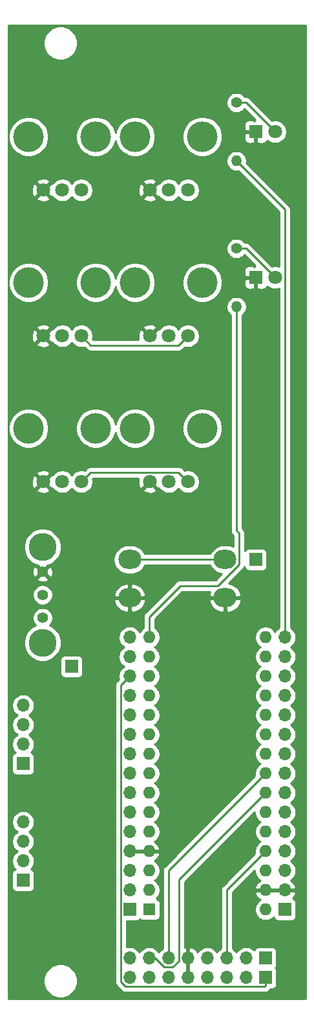
<source format=gbr>
G04 #@! TF.GenerationSoftware,KiCad,Pcbnew,(5.1.5)-3*
G04 #@! TF.CreationDate,2020-08-18T12:44:29+01:00*
G04 #@! TF.ProjectId,modulepcb,6d6f6475-6c65-4706-9362-2e6b69636164,rev?*
G04 #@! TF.SameCoordinates,Original*
G04 #@! TF.FileFunction,Copper,L2,Bot*
G04 #@! TF.FilePolarity,Positive*
%FSLAX46Y46*%
G04 Gerber Fmt 4.6, Leading zero omitted, Abs format (unit mm)*
G04 Created by KiCad (PCBNEW (5.1.5)-3) date 2020-08-18 12:44:29*
%MOMM*%
%LPD*%
G04 APERTURE LIST*
%ADD10O,1.700000X1.700000*%
%ADD11R,1.700000X1.700000*%
%ADD12C,1.400000*%
%ADD13C,3.653000*%
%ADD14O,3.000000X2.500000*%
%ADD15C,1.800000*%
%ADD16C,4.000000*%
%ADD17O,1.400000X1.400000*%
%ADD18R,1.800000X1.800000*%
%ADD19O,1.600000X1.600000*%
%ADD20R,1.600000X1.600000*%
%ADD21C,0.250000*%
%ADD22C,0.254000*%
G04 APERTURE END LIST*
D10*
X132080000Y-160020000D03*
X134620000Y-160020000D03*
X137160000Y-160020000D03*
X139700000Y-160020000D03*
X142240000Y-160020000D03*
X144780000Y-160020000D03*
X147320000Y-160020000D03*
D11*
X149860000Y-160020000D03*
D12*
X120650000Y-115570000D03*
X120650000Y-112570000D03*
X120650000Y-109570000D03*
D13*
X120650000Y-118820000D03*
X120650000Y-106320000D03*
D14*
X132080000Y-112950000D03*
X132080000Y-107950000D03*
X144580000Y-112950000D03*
X144580000Y-107950000D03*
D15*
X134700000Y-97790000D03*
X137200000Y-97790000D03*
X139700000Y-97790000D03*
D16*
X132800000Y-90805000D03*
X141600000Y-90790000D03*
D15*
X120730000Y-97790000D03*
X123230000Y-97790000D03*
X125730000Y-97790000D03*
D16*
X118830000Y-90805000D03*
X127630000Y-90790000D03*
D15*
X134700000Y-78740000D03*
X137200000Y-78740000D03*
X139700000Y-78740000D03*
D16*
X132800000Y-71755000D03*
X141600000Y-71740000D03*
D15*
X120730000Y-78740000D03*
X123230000Y-78740000D03*
X125730000Y-78740000D03*
D16*
X118830000Y-71755000D03*
X127630000Y-71740000D03*
D15*
X134700000Y-59690000D03*
X137200000Y-59690000D03*
X139700000Y-59690000D03*
D16*
X132800000Y-52705000D03*
X141600000Y-52690000D03*
D15*
X120730000Y-59690000D03*
X123230000Y-59690000D03*
X125730000Y-59690000D03*
D16*
X118830000Y-52705000D03*
X127630000Y-52690000D03*
D17*
X146050000Y-74930000D03*
D12*
X146050000Y-67310000D03*
D17*
X146050000Y-55880000D03*
D12*
X146050000Y-48260000D03*
D10*
X118110000Y-127000000D03*
X118110000Y-129540000D03*
X118110000Y-132080000D03*
D11*
X118110000Y-134620000D03*
D10*
X118110000Y-142240000D03*
X118110000Y-144780000D03*
X118110000Y-147320000D03*
D11*
X118110000Y-149860000D03*
D10*
X132080000Y-162560000D03*
X134620000Y-162560000D03*
X137160000Y-162560000D03*
X139700000Y-162560000D03*
X142240000Y-162560000D03*
X144780000Y-162560000D03*
X147320000Y-162560000D03*
D11*
X149860000Y-162560000D03*
D10*
X152400000Y-118110000D03*
X152400000Y-120650000D03*
X152400000Y-123190000D03*
X152400000Y-125730000D03*
X152400000Y-128270000D03*
X152400000Y-130810000D03*
X152400000Y-133350000D03*
X152400000Y-135890000D03*
X152400000Y-138430000D03*
X152400000Y-140970000D03*
X152400000Y-143510000D03*
X152400000Y-146050000D03*
X152400000Y-148590000D03*
X152400000Y-151130000D03*
D11*
X152400000Y-153670000D03*
X124460000Y-121920000D03*
X148590000Y-107950000D03*
D10*
X132080000Y-118110000D03*
X132080000Y-120650000D03*
X132080000Y-123190000D03*
X132080000Y-125730000D03*
X132080000Y-128270000D03*
X132080000Y-130810000D03*
X132080000Y-133350000D03*
X132080000Y-135890000D03*
X132080000Y-138430000D03*
X132080000Y-140970000D03*
X132080000Y-143510000D03*
X132080000Y-146050000D03*
X132080000Y-148590000D03*
X132080000Y-151130000D03*
D11*
X132080000Y-153670000D03*
D15*
X151130000Y-71120000D03*
D18*
X148590000Y-71120000D03*
D15*
X151130000Y-52070000D03*
D18*
X148590000Y-52070000D03*
D19*
X149860000Y-118110000D03*
X134620000Y-118110000D03*
X149860000Y-153670000D03*
X134620000Y-120650000D03*
X149860000Y-151130000D03*
X134620000Y-123190000D03*
X149860000Y-148590000D03*
X134620000Y-125730000D03*
X149860000Y-146050000D03*
X134620000Y-128270000D03*
X149860000Y-143510000D03*
X134620000Y-130810000D03*
X149860000Y-140970000D03*
X134620000Y-133350000D03*
X149860000Y-138430000D03*
X134620000Y-135890000D03*
X149860000Y-135890000D03*
X134620000Y-138430000D03*
X149860000Y-133350000D03*
X134620000Y-140970000D03*
X149860000Y-130810000D03*
X134620000Y-143510000D03*
X149860000Y-128270000D03*
X134620000Y-146050000D03*
X149860000Y-125730000D03*
X134620000Y-148590000D03*
X149860000Y-123190000D03*
X134620000Y-151130000D03*
X149860000Y-120650000D03*
D20*
X134620000Y-153670000D03*
D21*
X152400000Y-62230000D02*
X152400000Y-118110000D01*
X146050000Y-55880000D02*
X152400000Y-62230000D01*
X146405010Y-104495010D02*
X146050000Y-104140000D01*
X146405010Y-108602390D02*
X146405010Y-104495010D01*
X143632410Y-111374990D02*
X146405010Y-108602390D01*
X134620000Y-115432600D02*
X138677610Y-111374990D01*
X138677610Y-111374990D02*
X143632410Y-111374990D01*
X146050000Y-104140000D02*
X146050000Y-104002600D01*
X134620000Y-118110000D02*
X134620000Y-115432600D01*
X146050000Y-74930000D02*
X146050000Y-104140000D01*
X130904999Y-163124001D02*
X130904999Y-124365001D01*
X131515999Y-163735001D02*
X130904999Y-163124001D01*
X131230001Y-124039999D02*
X132080000Y-123190000D01*
X149784999Y-163735001D02*
X131515999Y-163735001D01*
X149860000Y-163660000D02*
X149784999Y-163735001D01*
X130904999Y-124365001D02*
X131230001Y-124039999D01*
X149860000Y-162560000D02*
X149860000Y-163660000D01*
X138474999Y-79965001D02*
X138800001Y-79639999D01*
X126955001Y-79965001D02*
X138474999Y-79965001D01*
X138800001Y-79639999D02*
X139700000Y-78740000D01*
X125730000Y-78740000D02*
X126955001Y-79965001D01*
X138800001Y-96890001D02*
X139700000Y-97790000D01*
X138474999Y-96564999D02*
X138800001Y-96890001D01*
X126955001Y-96564999D02*
X138474999Y-96564999D01*
X125730000Y-97790000D02*
X126955001Y-96564999D01*
X144780000Y-151130000D02*
X149860000Y-146050000D01*
X144780000Y-160020000D02*
X144780000Y-151130000D01*
X149060001Y-139229999D02*
X149860000Y-138430000D01*
X138524999Y-149765001D02*
X149060001Y-139229999D01*
X137724001Y-161195001D02*
X138524999Y-160394003D01*
X136595999Y-161195001D02*
X137724001Y-161195001D01*
X138524999Y-160394003D02*
X138524999Y-149765001D01*
X135420998Y-160020000D02*
X136595999Y-161195001D01*
X134620000Y-160020000D02*
X135420998Y-160020000D01*
X137160000Y-148590000D02*
X149860000Y-135890000D01*
X137160000Y-160020000D02*
X137160000Y-148590000D01*
X147320000Y-48260000D02*
X151130000Y-52070000D01*
X146050000Y-48260000D02*
X147320000Y-48260000D01*
X147320000Y-67310000D02*
X151130000Y-71120000D01*
X146050000Y-67310000D02*
X147320000Y-67310000D01*
X142830000Y-107950000D02*
X132080000Y-107950000D01*
X144580000Y-107950000D02*
X142830000Y-107950000D01*
D22*
G36*
X155115001Y-165315000D02*
G01*
X116185000Y-165315000D01*
X116185000Y-162779872D01*
X120765000Y-162779872D01*
X120765000Y-163220128D01*
X120850890Y-163651925D01*
X121019369Y-164058669D01*
X121263962Y-164424729D01*
X121575271Y-164736038D01*
X121941331Y-164980631D01*
X122348075Y-165149110D01*
X122779872Y-165235000D01*
X123220128Y-165235000D01*
X123651925Y-165149110D01*
X124058669Y-164980631D01*
X124424729Y-164736038D01*
X124736038Y-164424729D01*
X124980631Y-164058669D01*
X125149110Y-163651925D01*
X125235000Y-163220128D01*
X125235000Y-162779872D01*
X125149110Y-162348075D01*
X124980631Y-161941331D01*
X124736038Y-161575271D01*
X124424729Y-161263962D01*
X124058669Y-161019369D01*
X123651925Y-160850890D01*
X123220128Y-160765000D01*
X122779872Y-160765000D01*
X122348075Y-160850890D01*
X121941331Y-161019369D01*
X121575271Y-161263962D01*
X121263962Y-161575271D01*
X121019369Y-161941331D01*
X120850890Y-162348075D01*
X120765000Y-162779872D01*
X116185000Y-162779872D01*
X116185000Y-149010000D01*
X116621928Y-149010000D01*
X116621928Y-150710000D01*
X116634188Y-150834482D01*
X116670498Y-150954180D01*
X116729463Y-151064494D01*
X116808815Y-151161185D01*
X116905506Y-151240537D01*
X117015820Y-151299502D01*
X117135518Y-151335812D01*
X117260000Y-151348072D01*
X118960000Y-151348072D01*
X119084482Y-151335812D01*
X119204180Y-151299502D01*
X119314494Y-151240537D01*
X119411185Y-151161185D01*
X119490537Y-151064494D01*
X119549502Y-150954180D01*
X119585812Y-150834482D01*
X119598072Y-150710000D01*
X119598072Y-149010000D01*
X119585812Y-148885518D01*
X119549502Y-148765820D01*
X119490537Y-148655506D01*
X119411185Y-148558815D01*
X119314494Y-148479463D01*
X119204180Y-148420498D01*
X119131620Y-148398487D01*
X119263475Y-148266632D01*
X119425990Y-148023411D01*
X119537932Y-147753158D01*
X119595000Y-147466260D01*
X119595000Y-147173740D01*
X119537932Y-146886842D01*
X119425990Y-146616589D01*
X119263475Y-146373368D01*
X119056632Y-146166525D01*
X118882240Y-146050000D01*
X119056632Y-145933475D01*
X119263475Y-145726632D01*
X119425990Y-145483411D01*
X119537932Y-145213158D01*
X119595000Y-144926260D01*
X119595000Y-144633740D01*
X119537932Y-144346842D01*
X119425990Y-144076589D01*
X119263475Y-143833368D01*
X119056632Y-143626525D01*
X118882240Y-143510000D01*
X119056632Y-143393475D01*
X119263475Y-143186632D01*
X119425990Y-142943411D01*
X119537932Y-142673158D01*
X119595000Y-142386260D01*
X119595000Y-142093740D01*
X119537932Y-141806842D01*
X119425990Y-141536589D01*
X119263475Y-141293368D01*
X119056632Y-141086525D01*
X118813411Y-140924010D01*
X118543158Y-140812068D01*
X118256260Y-140755000D01*
X117963740Y-140755000D01*
X117676842Y-140812068D01*
X117406589Y-140924010D01*
X117163368Y-141086525D01*
X116956525Y-141293368D01*
X116794010Y-141536589D01*
X116682068Y-141806842D01*
X116625000Y-142093740D01*
X116625000Y-142386260D01*
X116682068Y-142673158D01*
X116794010Y-142943411D01*
X116956525Y-143186632D01*
X117163368Y-143393475D01*
X117337760Y-143510000D01*
X117163368Y-143626525D01*
X116956525Y-143833368D01*
X116794010Y-144076589D01*
X116682068Y-144346842D01*
X116625000Y-144633740D01*
X116625000Y-144926260D01*
X116682068Y-145213158D01*
X116794010Y-145483411D01*
X116956525Y-145726632D01*
X117163368Y-145933475D01*
X117337760Y-146050000D01*
X117163368Y-146166525D01*
X116956525Y-146373368D01*
X116794010Y-146616589D01*
X116682068Y-146886842D01*
X116625000Y-147173740D01*
X116625000Y-147466260D01*
X116682068Y-147753158D01*
X116794010Y-148023411D01*
X116956525Y-148266632D01*
X117088380Y-148398487D01*
X117015820Y-148420498D01*
X116905506Y-148479463D01*
X116808815Y-148558815D01*
X116729463Y-148655506D01*
X116670498Y-148765820D01*
X116634188Y-148885518D01*
X116621928Y-149010000D01*
X116185000Y-149010000D01*
X116185000Y-133770000D01*
X116621928Y-133770000D01*
X116621928Y-135470000D01*
X116634188Y-135594482D01*
X116670498Y-135714180D01*
X116729463Y-135824494D01*
X116808815Y-135921185D01*
X116905506Y-136000537D01*
X117015820Y-136059502D01*
X117135518Y-136095812D01*
X117260000Y-136108072D01*
X118960000Y-136108072D01*
X119084482Y-136095812D01*
X119204180Y-136059502D01*
X119314494Y-136000537D01*
X119411185Y-135921185D01*
X119490537Y-135824494D01*
X119549502Y-135714180D01*
X119585812Y-135594482D01*
X119598072Y-135470000D01*
X119598072Y-133770000D01*
X119585812Y-133645518D01*
X119549502Y-133525820D01*
X119490537Y-133415506D01*
X119411185Y-133318815D01*
X119314494Y-133239463D01*
X119204180Y-133180498D01*
X119131620Y-133158487D01*
X119263475Y-133026632D01*
X119425990Y-132783411D01*
X119537932Y-132513158D01*
X119595000Y-132226260D01*
X119595000Y-131933740D01*
X119537932Y-131646842D01*
X119425990Y-131376589D01*
X119263475Y-131133368D01*
X119056632Y-130926525D01*
X118882240Y-130810000D01*
X119056632Y-130693475D01*
X119263475Y-130486632D01*
X119425990Y-130243411D01*
X119537932Y-129973158D01*
X119595000Y-129686260D01*
X119595000Y-129393740D01*
X119537932Y-129106842D01*
X119425990Y-128836589D01*
X119263475Y-128593368D01*
X119056632Y-128386525D01*
X118882240Y-128270000D01*
X119056632Y-128153475D01*
X119263475Y-127946632D01*
X119425990Y-127703411D01*
X119537932Y-127433158D01*
X119595000Y-127146260D01*
X119595000Y-126853740D01*
X119537932Y-126566842D01*
X119425990Y-126296589D01*
X119263475Y-126053368D01*
X119056632Y-125846525D01*
X118813411Y-125684010D01*
X118543158Y-125572068D01*
X118256260Y-125515000D01*
X117963740Y-125515000D01*
X117676842Y-125572068D01*
X117406589Y-125684010D01*
X117163368Y-125846525D01*
X116956525Y-126053368D01*
X116794010Y-126296589D01*
X116682068Y-126566842D01*
X116625000Y-126853740D01*
X116625000Y-127146260D01*
X116682068Y-127433158D01*
X116794010Y-127703411D01*
X116956525Y-127946632D01*
X117163368Y-128153475D01*
X117337760Y-128270000D01*
X117163368Y-128386525D01*
X116956525Y-128593368D01*
X116794010Y-128836589D01*
X116682068Y-129106842D01*
X116625000Y-129393740D01*
X116625000Y-129686260D01*
X116682068Y-129973158D01*
X116794010Y-130243411D01*
X116956525Y-130486632D01*
X117163368Y-130693475D01*
X117337760Y-130810000D01*
X117163368Y-130926525D01*
X116956525Y-131133368D01*
X116794010Y-131376589D01*
X116682068Y-131646842D01*
X116625000Y-131933740D01*
X116625000Y-132226260D01*
X116682068Y-132513158D01*
X116794010Y-132783411D01*
X116956525Y-133026632D01*
X117088380Y-133158487D01*
X117015820Y-133180498D01*
X116905506Y-133239463D01*
X116808815Y-133318815D01*
X116729463Y-133415506D01*
X116670498Y-133525820D01*
X116634188Y-133645518D01*
X116621928Y-133770000D01*
X116185000Y-133770000D01*
X116185000Y-118577563D01*
X118188500Y-118577563D01*
X118188500Y-119062437D01*
X118283094Y-119537993D01*
X118468647Y-119985957D01*
X118738028Y-120389115D01*
X119080885Y-120731972D01*
X119484043Y-121001353D01*
X119932007Y-121186906D01*
X120407563Y-121281500D01*
X120892437Y-121281500D01*
X121367993Y-121186906D01*
X121650228Y-121070000D01*
X122971928Y-121070000D01*
X122971928Y-122770000D01*
X122984188Y-122894482D01*
X123020498Y-123014180D01*
X123079463Y-123124494D01*
X123158815Y-123221185D01*
X123255506Y-123300537D01*
X123365820Y-123359502D01*
X123485518Y-123395812D01*
X123610000Y-123408072D01*
X125310000Y-123408072D01*
X125434482Y-123395812D01*
X125554180Y-123359502D01*
X125664494Y-123300537D01*
X125761185Y-123221185D01*
X125840537Y-123124494D01*
X125899502Y-123014180D01*
X125935812Y-122894482D01*
X125948072Y-122770000D01*
X125948072Y-121070000D01*
X125935812Y-120945518D01*
X125899502Y-120825820D01*
X125840537Y-120715506D01*
X125761185Y-120618815D01*
X125664494Y-120539463D01*
X125554180Y-120480498D01*
X125434482Y-120444188D01*
X125310000Y-120431928D01*
X123610000Y-120431928D01*
X123485518Y-120444188D01*
X123365820Y-120480498D01*
X123255506Y-120539463D01*
X123158815Y-120618815D01*
X123079463Y-120715506D01*
X123020498Y-120825820D01*
X122984188Y-120945518D01*
X122971928Y-121070000D01*
X121650228Y-121070000D01*
X121815957Y-121001353D01*
X122219115Y-120731972D01*
X122561972Y-120389115D01*
X122831353Y-119985957D01*
X123016906Y-119537993D01*
X123111500Y-119062437D01*
X123111500Y-118577563D01*
X123016906Y-118102007D01*
X122831353Y-117654043D01*
X122561972Y-117250885D01*
X122219115Y-116908028D01*
X121815957Y-116638647D01*
X121570853Y-116537122D01*
X121686962Y-116421013D01*
X121833061Y-116202359D01*
X121933696Y-115959405D01*
X121985000Y-115701486D01*
X121985000Y-115438514D01*
X121933696Y-115180595D01*
X121833061Y-114937641D01*
X121686962Y-114718987D01*
X121501013Y-114533038D01*
X121282359Y-114386939D01*
X121039405Y-114286304D01*
X120781486Y-114235000D01*
X120518514Y-114235000D01*
X120260595Y-114286304D01*
X120017641Y-114386939D01*
X119798987Y-114533038D01*
X119613038Y-114718987D01*
X119466939Y-114937641D01*
X119366304Y-115180595D01*
X119315000Y-115438514D01*
X119315000Y-115701486D01*
X119366304Y-115959405D01*
X119466939Y-116202359D01*
X119613038Y-116421013D01*
X119729147Y-116537122D01*
X119484043Y-116638647D01*
X119080885Y-116908028D01*
X118738028Y-117250885D01*
X118468647Y-117654043D01*
X118283094Y-118102007D01*
X118188500Y-118577563D01*
X116185000Y-118577563D01*
X116185000Y-112438514D01*
X119315000Y-112438514D01*
X119315000Y-112701486D01*
X119366304Y-112959405D01*
X119466939Y-113202359D01*
X119613038Y-113421013D01*
X119798987Y-113606962D01*
X120017641Y-113753061D01*
X120260595Y-113853696D01*
X120518514Y-113905000D01*
X120781486Y-113905000D01*
X121039405Y-113853696D01*
X121282359Y-113753061D01*
X121501013Y-113606962D01*
X121686962Y-113421013D01*
X121721284Y-113369645D01*
X129992305Y-113369645D01*
X130021777Y-113510611D01*
X130165891Y-113852606D01*
X130373956Y-114159914D01*
X130637976Y-114420726D01*
X130947805Y-114625019D01*
X131291536Y-114764942D01*
X131655960Y-114835118D01*
X131953000Y-114680385D01*
X131953000Y-113077000D01*
X132207000Y-113077000D01*
X132207000Y-114680385D01*
X132504040Y-114835118D01*
X132868464Y-114764942D01*
X133212195Y-114625019D01*
X133522024Y-114420726D01*
X133786044Y-114159914D01*
X133994109Y-113852606D01*
X134138223Y-113510611D01*
X134167695Y-113369645D01*
X134051572Y-113077000D01*
X132207000Y-113077000D01*
X131953000Y-113077000D01*
X130108428Y-113077000D01*
X129992305Y-113369645D01*
X121721284Y-113369645D01*
X121833061Y-113202359D01*
X121933696Y-112959405D01*
X121985000Y-112701486D01*
X121985000Y-112530355D01*
X129992305Y-112530355D01*
X130108428Y-112823000D01*
X131953000Y-112823000D01*
X131953000Y-111219615D01*
X132207000Y-111219615D01*
X132207000Y-112823000D01*
X134051572Y-112823000D01*
X134167695Y-112530355D01*
X134138223Y-112389389D01*
X133994109Y-112047394D01*
X133786044Y-111740086D01*
X133522024Y-111479274D01*
X133212195Y-111274981D01*
X132868464Y-111135058D01*
X132504040Y-111064882D01*
X132207000Y-111219615D01*
X131953000Y-111219615D01*
X131655960Y-111064882D01*
X131291536Y-111135058D01*
X130947805Y-111274981D01*
X130637976Y-111479274D01*
X130373956Y-111740086D01*
X130165891Y-112047394D01*
X130021777Y-112389389D01*
X129992305Y-112530355D01*
X121985000Y-112530355D01*
X121985000Y-112438514D01*
X121933696Y-112180595D01*
X121833061Y-111937641D01*
X121686962Y-111718987D01*
X121501013Y-111533038D01*
X121282359Y-111386939D01*
X121039405Y-111286304D01*
X120781486Y-111235000D01*
X120518514Y-111235000D01*
X120260595Y-111286304D01*
X120017641Y-111386939D01*
X119798987Y-111533038D01*
X119613038Y-111718987D01*
X119466939Y-111937641D01*
X119366304Y-112180595D01*
X119315000Y-112438514D01*
X116185000Y-112438514D01*
X116185000Y-110491269D01*
X119908336Y-110491269D01*
X119967797Y-110725037D01*
X120206242Y-110835934D01*
X120461740Y-110898183D01*
X120724473Y-110909390D01*
X120984344Y-110869125D01*
X121231366Y-110778935D01*
X121332203Y-110725037D01*
X121391664Y-110491269D01*
X120650000Y-109749605D01*
X119908336Y-110491269D01*
X116185000Y-110491269D01*
X116185000Y-109644473D01*
X119310610Y-109644473D01*
X119350875Y-109904344D01*
X119441065Y-110151366D01*
X119494963Y-110252203D01*
X119728731Y-110311664D01*
X120470395Y-109570000D01*
X120829605Y-109570000D01*
X121571269Y-110311664D01*
X121805037Y-110252203D01*
X121915934Y-110013758D01*
X121978183Y-109758260D01*
X121989390Y-109495527D01*
X121949125Y-109235656D01*
X121858935Y-108988634D01*
X121805037Y-108887797D01*
X121571269Y-108828336D01*
X120829605Y-109570000D01*
X120470395Y-109570000D01*
X119728731Y-108828336D01*
X119494963Y-108887797D01*
X119384066Y-109126242D01*
X119321817Y-109381740D01*
X119310610Y-109644473D01*
X116185000Y-109644473D01*
X116185000Y-106077563D01*
X118188500Y-106077563D01*
X118188500Y-106562437D01*
X118283094Y-107037993D01*
X118468647Y-107485957D01*
X118738028Y-107889115D01*
X119080885Y-108231972D01*
X119484043Y-108501353D01*
X119932007Y-108686906D01*
X119950112Y-108690507D01*
X120650000Y-109390395D01*
X121349888Y-108690507D01*
X121367993Y-108686906D01*
X121815957Y-108501353D01*
X122219115Y-108231972D01*
X122501087Y-107950000D01*
X129935880Y-107950000D01*
X129972275Y-108319524D01*
X130080061Y-108674848D01*
X130255097Y-109002317D01*
X130490655Y-109289345D01*
X130777683Y-109524903D01*
X131105152Y-109699939D01*
X131460476Y-109807725D01*
X131737403Y-109835000D01*
X132422597Y-109835000D01*
X132699524Y-109807725D01*
X133054848Y-109699939D01*
X133382317Y-109524903D01*
X133669345Y-109289345D01*
X133904903Y-109002317D01*
X134061150Y-108710000D01*
X142598850Y-108710000D01*
X142755097Y-109002317D01*
X142990655Y-109289345D01*
X143277683Y-109524903D01*
X143605152Y-109699939D01*
X143960476Y-109807725D01*
X144110134Y-109822465D01*
X143317609Y-110614990D01*
X138714932Y-110614990D01*
X138677609Y-110611314D01*
X138640286Y-110614990D01*
X138640277Y-110614990D01*
X138528624Y-110625987D01*
X138385363Y-110669444D01*
X138253333Y-110740016D01*
X138205911Y-110778935D01*
X138137609Y-110834989D01*
X138113811Y-110863987D01*
X134108998Y-114868801D01*
X134080000Y-114892599D01*
X134056202Y-114921597D01*
X134056201Y-114921598D01*
X133985026Y-115008324D01*
X133914454Y-115140354D01*
X133870998Y-115283615D01*
X133856324Y-115432600D01*
X133860001Y-115469932D01*
X133860000Y-116891956D01*
X133705241Y-116995363D01*
X133505363Y-117195241D01*
X133380068Y-117382759D01*
X133233475Y-117163368D01*
X133026632Y-116956525D01*
X132783411Y-116794010D01*
X132513158Y-116682068D01*
X132226260Y-116625000D01*
X131933740Y-116625000D01*
X131646842Y-116682068D01*
X131376589Y-116794010D01*
X131133368Y-116956525D01*
X130926525Y-117163368D01*
X130764010Y-117406589D01*
X130652068Y-117676842D01*
X130595000Y-117963740D01*
X130595000Y-118256260D01*
X130652068Y-118543158D01*
X130764010Y-118813411D01*
X130926525Y-119056632D01*
X131133368Y-119263475D01*
X131307760Y-119380000D01*
X131133368Y-119496525D01*
X130926525Y-119703368D01*
X130764010Y-119946589D01*
X130652068Y-120216842D01*
X130595000Y-120503740D01*
X130595000Y-120796260D01*
X130652068Y-121083158D01*
X130764010Y-121353411D01*
X130926525Y-121596632D01*
X131133368Y-121803475D01*
X131307760Y-121920000D01*
X131133368Y-122036525D01*
X130926525Y-122243368D01*
X130764010Y-122486589D01*
X130652068Y-122756842D01*
X130595000Y-123043740D01*
X130595000Y-123336260D01*
X130638791Y-123556408D01*
X130393997Y-123801202D01*
X130364999Y-123825000D01*
X130341201Y-123853998D01*
X130341200Y-123853999D01*
X130270025Y-123940725D01*
X130199453Y-124072755D01*
X130155997Y-124216016D01*
X130141323Y-124365001D01*
X130145000Y-124402334D01*
X130144999Y-163086679D01*
X130141323Y-163124001D01*
X130144999Y-163161323D01*
X130144999Y-163161333D01*
X130155996Y-163272986D01*
X130184743Y-163367754D01*
X130199453Y-163416247D01*
X130270025Y-163548277D01*
X130300995Y-163586014D01*
X130364998Y-163664002D01*
X130394001Y-163687804D01*
X130952204Y-164246009D01*
X130975998Y-164275002D01*
X131004991Y-164298796D01*
X131004995Y-164298800D01*
X131075684Y-164356812D01*
X131091723Y-164369975D01*
X131223752Y-164440547D01*
X131367013Y-164484004D01*
X131478666Y-164495001D01*
X131478675Y-164495001D01*
X131515998Y-164498677D01*
X131553321Y-164495001D01*
X149747677Y-164495001D01*
X149784999Y-164498677D01*
X149822321Y-164495001D01*
X149822332Y-164495001D01*
X149933985Y-164484004D01*
X150077246Y-164440547D01*
X150209275Y-164369975D01*
X150325000Y-164275002D01*
X150348801Y-164246001D01*
X150371001Y-164223801D01*
X150400001Y-164200001D01*
X150494974Y-164084276D01*
X150514326Y-164048072D01*
X150710000Y-164048072D01*
X150834482Y-164035812D01*
X150954180Y-163999502D01*
X151064494Y-163940537D01*
X151161185Y-163861185D01*
X151240537Y-163764494D01*
X151299502Y-163654180D01*
X151335812Y-163534482D01*
X151348072Y-163410000D01*
X151348072Y-161710000D01*
X151335812Y-161585518D01*
X151299502Y-161465820D01*
X151240537Y-161355506D01*
X151186778Y-161290000D01*
X151240537Y-161224494D01*
X151299502Y-161114180D01*
X151335812Y-160994482D01*
X151348072Y-160870000D01*
X151348072Y-159170000D01*
X151335812Y-159045518D01*
X151299502Y-158925820D01*
X151240537Y-158815506D01*
X151161185Y-158718815D01*
X151064494Y-158639463D01*
X150954180Y-158580498D01*
X150834482Y-158544188D01*
X150710000Y-158531928D01*
X149010000Y-158531928D01*
X148885518Y-158544188D01*
X148765820Y-158580498D01*
X148655506Y-158639463D01*
X148558815Y-158718815D01*
X148479463Y-158815506D01*
X148420498Y-158925820D01*
X148398487Y-158998380D01*
X148266632Y-158866525D01*
X148023411Y-158704010D01*
X147753158Y-158592068D01*
X147466260Y-158535000D01*
X147173740Y-158535000D01*
X146886842Y-158592068D01*
X146616589Y-158704010D01*
X146373368Y-158866525D01*
X146166525Y-159073368D01*
X146050000Y-159247760D01*
X145933475Y-159073368D01*
X145726632Y-158866525D01*
X145540000Y-158741822D01*
X145540000Y-153528665D01*
X148425000Y-153528665D01*
X148425000Y-153811335D01*
X148480147Y-154088574D01*
X148588320Y-154349727D01*
X148745363Y-154584759D01*
X148945241Y-154784637D01*
X149180273Y-154941680D01*
X149441426Y-155049853D01*
X149718665Y-155105000D01*
X150001335Y-155105000D01*
X150278574Y-155049853D01*
X150539727Y-154941680D01*
X150774759Y-154784637D01*
X150923357Y-154636039D01*
X150924188Y-154644482D01*
X150960498Y-154764180D01*
X151019463Y-154874494D01*
X151098815Y-154971185D01*
X151195506Y-155050537D01*
X151305820Y-155109502D01*
X151425518Y-155145812D01*
X151550000Y-155158072D01*
X153250000Y-155158072D01*
X153374482Y-155145812D01*
X153494180Y-155109502D01*
X153604494Y-155050537D01*
X153701185Y-154971185D01*
X153780537Y-154874494D01*
X153839502Y-154764180D01*
X153875812Y-154644482D01*
X153888072Y-154520000D01*
X153888072Y-152820000D01*
X153875812Y-152695518D01*
X153839502Y-152575820D01*
X153780537Y-152465506D01*
X153701185Y-152368815D01*
X153604494Y-152289463D01*
X153494180Y-152230498D01*
X153413534Y-152206034D01*
X153497588Y-152130269D01*
X153671641Y-151896920D01*
X153796825Y-151634099D01*
X153841476Y-151486890D01*
X153720155Y-151257000D01*
X152527000Y-151257000D01*
X152527000Y-151277000D01*
X152273000Y-151277000D01*
X152273000Y-151257000D01*
X149987000Y-151257000D01*
X149987000Y-151277000D01*
X149733000Y-151277000D01*
X149733000Y-151257000D01*
X148590085Y-151257000D01*
X148468096Y-151479039D01*
X148508754Y-151613087D01*
X148628963Y-151867420D01*
X148796481Y-152093414D01*
X149004869Y-152282385D01*
X149190865Y-152393933D01*
X149180273Y-152398320D01*
X148945241Y-152555363D01*
X148745363Y-152755241D01*
X148588320Y-152990273D01*
X148480147Y-153251426D01*
X148425000Y-153528665D01*
X145540000Y-153528665D01*
X145540000Y-151444801D01*
X148425000Y-148559802D01*
X148425000Y-148731335D01*
X148480147Y-149008574D01*
X148588320Y-149269727D01*
X148745363Y-149504759D01*
X148945241Y-149704637D01*
X149180273Y-149861680D01*
X149190865Y-149866067D01*
X149004869Y-149977615D01*
X148796481Y-150166586D01*
X148628963Y-150392580D01*
X148508754Y-150646913D01*
X148468096Y-150780961D01*
X148590085Y-151003000D01*
X149733000Y-151003000D01*
X149733000Y-150983000D01*
X149987000Y-150983000D01*
X149987000Y-151003000D01*
X152273000Y-151003000D01*
X152273000Y-150983000D01*
X152527000Y-150983000D01*
X152527000Y-151003000D01*
X153720155Y-151003000D01*
X153841476Y-150773110D01*
X153796825Y-150625901D01*
X153671641Y-150363080D01*
X153497588Y-150129731D01*
X153281355Y-149934822D01*
X153164466Y-149865195D01*
X153346632Y-149743475D01*
X153553475Y-149536632D01*
X153715990Y-149293411D01*
X153827932Y-149023158D01*
X153885000Y-148736260D01*
X153885000Y-148443740D01*
X153827932Y-148156842D01*
X153715990Y-147886589D01*
X153553475Y-147643368D01*
X153346632Y-147436525D01*
X153172240Y-147320000D01*
X153346632Y-147203475D01*
X153553475Y-146996632D01*
X153715990Y-146753411D01*
X153827932Y-146483158D01*
X153885000Y-146196260D01*
X153885000Y-145903740D01*
X153827932Y-145616842D01*
X153715990Y-145346589D01*
X153553475Y-145103368D01*
X153346632Y-144896525D01*
X153172240Y-144780000D01*
X153346632Y-144663475D01*
X153553475Y-144456632D01*
X153715990Y-144213411D01*
X153827932Y-143943158D01*
X153885000Y-143656260D01*
X153885000Y-143363740D01*
X153827932Y-143076842D01*
X153715990Y-142806589D01*
X153553475Y-142563368D01*
X153346632Y-142356525D01*
X153172240Y-142240000D01*
X153346632Y-142123475D01*
X153553475Y-141916632D01*
X153715990Y-141673411D01*
X153827932Y-141403158D01*
X153885000Y-141116260D01*
X153885000Y-140823740D01*
X153827932Y-140536842D01*
X153715990Y-140266589D01*
X153553475Y-140023368D01*
X153346632Y-139816525D01*
X153172240Y-139700000D01*
X153346632Y-139583475D01*
X153553475Y-139376632D01*
X153715990Y-139133411D01*
X153827932Y-138863158D01*
X153885000Y-138576260D01*
X153885000Y-138283740D01*
X153827932Y-137996842D01*
X153715990Y-137726589D01*
X153553475Y-137483368D01*
X153346632Y-137276525D01*
X153172240Y-137160000D01*
X153346632Y-137043475D01*
X153553475Y-136836632D01*
X153715990Y-136593411D01*
X153827932Y-136323158D01*
X153885000Y-136036260D01*
X153885000Y-135743740D01*
X153827932Y-135456842D01*
X153715990Y-135186589D01*
X153553475Y-134943368D01*
X153346632Y-134736525D01*
X153172240Y-134620000D01*
X153346632Y-134503475D01*
X153553475Y-134296632D01*
X153715990Y-134053411D01*
X153827932Y-133783158D01*
X153885000Y-133496260D01*
X153885000Y-133203740D01*
X153827932Y-132916842D01*
X153715990Y-132646589D01*
X153553475Y-132403368D01*
X153346632Y-132196525D01*
X153172240Y-132080000D01*
X153346632Y-131963475D01*
X153553475Y-131756632D01*
X153715990Y-131513411D01*
X153827932Y-131243158D01*
X153885000Y-130956260D01*
X153885000Y-130663740D01*
X153827932Y-130376842D01*
X153715990Y-130106589D01*
X153553475Y-129863368D01*
X153346632Y-129656525D01*
X153172240Y-129540000D01*
X153346632Y-129423475D01*
X153553475Y-129216632D01*
X153715990Y-128973411D01*
X153827932Y-128703158D01*
X153885000Y-128416260D01*
X153885000Y-128123740D01*
X153827932Y-127836842D01*
X153715990Y-127566589D01*
X153553475Y-127323368D01*
X153346632Y-127116525D01*
X153172240Y-127000000D01*
X153346632Y-126883475D01*
X153553475Y-126676632D01*
X153715990Y-126433411D01*
X153827932Y-126163158D01*
X153885000Y-125876260D01*
X153885000Y-125583740D01*
X153827932Y-125296842D01*
X153715990Y-125026589D01*
X153553475Y-124783368D01*
X153346632Y-124576525D01*
X153172240Y-124460000D01*
X153346632Y-124343475D01*
X153553475Y-124136632D01*
X153715990Y-123893411D01*
X153827932Y-123623158D01*
X153885000Y-123336260D01*
X153885000Y-123043740D01*
X153827932Y-122756842D01*
X153715990Y-122486589D01*
X153553475Y-122243368D01*
X153346632Y-122036525D01*
X153172240Y-121920000D01*
X153346632Y-121803475D01*
X153553475Y-121596632D01*
X153715990Y-121353411D01*
X153827932Y-121083158D01*
X153885000Y-120796260D01*
X153885000Y-120503740D01*
X153827932Y-120216842D01*
X153715990Y-119946589D01*
X153553475Y-119703368D01*
X153346632Y-119496525D01*
X153172240Y-119380000D01*
X153346632Y-119263475D01*
X153553475Y-119056632D01*
X153715990Y-118813411D01*
X153827932Y-118543158D01*
X153885000Y-118256260D01*
X153885000Y-117963740D01*
X153827932Y-117676842D01*
X153715990Y-117406589D01*
X153553475Y-117163368D01*
X153346632Y-116956525D01*
X153160000Y-116831822D01*
X153160000Y-62267322D01*
X153163676Y-62229999D01*
X153160000Y-62192676D01*
X153160000Y-62192667D01*
X153149003Y-62081014D01*
X153105546Y-61937753D01*
X153034975Y-61805725D01*
X153034974Y-61805723D01*
X152963799Y-61718997D01*
X152940001Y-61689999D01*
X152911004Y-61666202D01*
X147363645Y-56118844D01*
X147385000Y-56011486D01*
X147385000Y-55748514D01*
X147333696Y-55490595D01*
X147233061Y-55247641D01*
X147086962Y-55028987D01*
X146901013Y-54843038D01*
X146682359Y-54696939D01*
X146439405Y-54596304D01*
X146181486Y-54545000D01*
X145918514Y-54545000D01*
X145660595Y-54596304D01*
X145417641Y-54696939D01*
X145198987Y-54843038D01*
X145013038Y-55028987D01*
X144866939Y-55247641D01*
X144766304Y-55490595D01*
X144715000Y-55748514D01*
X144715000Y-56011486D01*
X144766304Y-56269405D01*
X144866939Y-56512359D01*
X145013038Y-56731013D01*
X145198987Y-56916962D01*
X145417641Y-57063061D01*
X145660595Y-57163696D01*
X145918514Y-57215000D01*
X146181486Y-57215000D01*
X146288844Y-57193645D01*
X151640000Y-62544802D01*
X151640000Y-69669777D01*
X151577743Y-69643989D01*
X151281184Y-69585000D01*
X150978816Y-69585000D01*
X150721070Y-69636269D01*
X147883804Y-66799003D01*
X147860001Y-66769999D01*
X147744276Y-66675026D01*
X147612247Y-66604454D01*
X147468986Y-66560997D01*
X147357333Y-66550000D01*
X147357322Y-66550000D01*
X147320000Y-66546324D01*
X147282678Y-66550000D01*
X147147775Y-66550000D01*
X147086962Y-66458987D01*
X146901013Y-66273038D01*
X146682359Y-66126939D01*
X146439405Y-66026304D01*
X146181486Y-65975000D01*
X145918514Y-65975000D01*
X145660595Y-66026304D01*
X145417641Y-66126939D01*
X145198987Y-66273038D01*
X145013038Y-66458987D01*
X144866939Y-66677641D01*
X144766304Y-66920595D01*
X144715000Y-67178514D01*
X144715000Y-67441486D01*
X144766304Y-67699405D01*
X144866939Y-67942359D01*
X145013038Y-68161013D01*
X145198987Y-68346962D01*
X145417641Y-68493061D01*
X145660595Y-68593696D01*
X145918514Y-68645000D01*
X146181486Y-68645000D01*
X146439405Y-68593696D01*
X146682359Y-68493061D01*
X146901013Y-68346962D01*
X147086962Y-68161013D01*
X147090667Y-68155468D01*
X148520198Y-69585000D01*
X148462998Y-69585000D01*
X148462998Y-69743748D01*
X148304250Y-69585000D01*
X147690000Y-69581928D01*
X147565518Y-69594188D01*
X147445820Y-69630498D01*
X147335506Y-69689463D01*
X147238815Y-69768815D01*
X147159463Y-69865506D01*
X147100498Y-69975820D01*
X147064188Y-70095518D01*
X147051928Y-70220000D01*
X147055000Y-70834250D01*
X147213750Y-70993000D01*
X148463000Y-70993000D01*
X148463000Y-70973000D01*
X148717000Y-70973000D01*
X148717000Y-70993000D01*
X148737000Y-70993000D01*
X148737000Y-71247000D01*
X148717000Y-71247000D01*
X148717000Y-72496250D01*
X148875750Y-72655000D01*
X149490000Y-72658072D01*
X149614482Y-72645812D01*
X149734180Y-72609502D01*
X149844494Y-72550537D01*
X149941185Y-72471185D01*
X150020537Y-72374494D01*
X150079502Y-72264180D01*
X150085056Y-72245873D01*
X150151495Y-72312312D01*
X150402905Y-72480299D01*
X150682257Y-72596011D01*
X150978816Y-72655000D01*
X151281184Y-72655000D01*
X151577743Y-72596011D01*
X151640000Y-72570223D01*
X151640001Y-116831821D01*
X151453368Y-116956525D01*
X151246525Y-117163368D01*
X151099932Y-117382759D01*
X150974637Y-117195241D01*
X150774759Y-116995363D01*
X150539727Y-116838320D01*
X150278574Y-116730147D01*
X150001335Y-116675000D01*
X149718665Y-116675000D01*
X149441426Y-116730147D01*
X149180273Y-116838320D01*
X148945241Y-116995363D01*
X148745363Y-117195241D01*
X148588320Y-117430273D01*
X148480147Y-117691426D01*
X148425000Y-117968665D01*
X148425000Y-118251335D01*
X148480147Y-118528574D01*
X148588320Y-118789727D01*
X148745363Y-119024759D01*
X148945241Y-119224637D01*
X149177759Y-119380000D01*
X148945241Y-119535363D01*
X148745363Y-119735241D01*
X148588320Y-119970273D01*
X148480147Y-120231426D01*
X148425000Y-120508665D01*
X148425000Y-120791335D01*
X148480147Y-121068574D01*
X148588320Y-121329727D01*
X148745363Y-121564759D01*
X148945241Y-121764637D01*
X149177759Y-121920000D01*
X148945241Y-122075363D01*
X148745363Y-122275241D01*
X148588320Y-122510273D01*
X148480147Y-122771426D01*
X148425000Y-123048665D01*
X148425000Y-123331335D01*
X148480147Y-123608574D01*
X148588320Y-123869727D01*
X148745363Y-124104759D01*
X148945241Y-124304637D01*
X149177759Y-124460000D01*
X148945241Y-124615363D01*
X148745363Y-124815241D01*
X148588320Y-125050273D01*
X148480147Y-125311426D01*
X148425000Y-125588665D01*
X148425000Y-125871335D01*
X148480147Y-126148574D01*
X148588320Y-126409727D01*
X148745363Y-126644759D01*
X148945241Y-126844637D01*
X149177759Y-127000000D01*
X148945241Y-127155363D01*
X148745363Y-127355241D01*
X148588320Y-127590273D01*
X148480147Y-127851426D01*
X148425000Y-128128665D01*
X148425000Y-128411335D01*
X148480147Y-128688574D01*
X148588320Y-128949727D01*
X148745363Y-129184759D01*
X148945241Y-129384637D01*
X149177759Y-129540000D01*
X148945241Y-129695363D01*
X148745363Y-129895241D01*
X148588320Y-130130273D01*
X148480147Y-130391426D01*
X148425000Y-130668665D01*
X148425000Y-130951335D01*
X148480147Y-131228574D01*
X148588320Y-131489727D01*
X148745363Y-131724759D01*
X148945241Y-131924637D01*
X149177759Y-132080000D01*
X148945241Y-132235363D01*
X148745363Y-132435241D01*
X148588320Y-132670273D01*
X148480147Y-132931426D01*
X148425000Y-133208665D01*
X148425000Y-133491335D01*
X148480147Y-133768574D01*
X148588320Y-134029727D01*
X148745363Y-134264759D01*
X148945241Y-134464637D01*
X149177759Y-134620000D01*
X148945241Y-134775363D01*
X148745363Y-134975241D01*
X148588320Y-135210273D01*
X148480147Y-135471426D01*
X148425000Y-135748665D01*
X148425000Y-136031335D01*
X148461312Y-136213886D01*
X136648998Y-148026201D01*
X136620000Y-148049999D01*
X136596202Y-148078997D01*
X136596201Y-148078998D01*
X136525026Y-148165724D01*
X136454454Y-148297754D01*
X136428236Y-148384188D01*
X136410998Y-148441014D01*
X136407801Y-148473475D01*
X136396324Y-148590000D01*
X136400001Y-148627332D01*
X136400000Y-158741821D01*
X136213368Y-158866525D01*
X136006525Y-159073368D01*
X135890000Y-159247760D01*
X135773475Y-159073368D01*
X135566632Y-158866525D01*
X135323411Y-158704010D01*
X135053158Y-158592068D01*
X134766260Y-158535000D01*
X134473740Y-158535000D01*
X134186842Y-158592068D01*
X133916589Y-158704010D01*
X133673368Y-158866525D01*
X133466525Y-159073368D01*
X133350000Y-159247760D01*
X133233475Y-159073368D01*
X133026632Y-158866525D01*
X132783411Y-158704010D01*
X132513158Y-158592068D01*
X132226260Y-158535000D01*
X131933740Y-158535000D01*
X131664999Y-158588456D01*
X131664999Y-155158072D01*
X132930000Y-155158072D01*
X133054482Y-155145812D01*
X133174180Y-155109502D01*
X133284494Y-155050537D01*
X133381185Y-154971185D01*
X133400726Y-154947374D01*
X133465506Y-155000537D01*
X133575820Y-155059502D01*
X133695518Y-155095812D01*
X133820000Y-155108072D01*
X135420000Y-155108072D01*
X135544482Y-155095812D01*
X135664180Y-155059502D01*
X135774494Y-155000537D01*
X135871185Y-154921185D01*
X135950537Y-154824494D01*
X136009502Y-154714180D01*
X136045812Y-154594482D01*
X136058072Y-154470000D01*
X136058072Y-152870000D01*
X136045812Y-152745518D01*
X136009502Y-152625820D01*
X135950537Y-152515506D01*
X135871185Y-152418815D01*
X135774494Y-152339463D01*
X135664180Y-152280498D01*
X135544482Y-152244188D01*
X135536039Y-152243357D01*
X135734637Y-152044759D01*
X135891680Y-151809727D01*
X135999853Y-151548574D01*
X136055000Y-151271335D01*
X136055000Y-150988665D01*
X135999853Y-150711426D01*
X135891680Y-150450273D01*
X135734637Y-150215241D01*
X135534759Y-150015363D01*
X135302241Y-149860000D01*
X135534759Y-149704637D01*
X135734637Y-149504759D01*
X135891680Y-149269727D01*
X135999853Y-149008574D01*
X136055000Y-148731335D01*
X136055000Y-148448665D01*
X135999853Y-148171426D01*
X135891680Y-147910273D01*
X135734637Y-147675241D01*
X135534759Y-147475363D01*
X135299727Y-147318320D01*
X135289135Y-147313933D01*
X135475131Y-147202385D01*
X135683519Y-147013414D01*
X135851037Y-146787420D01*
X135971246Y-146533087D01*
X136011904Y-146399039D01*
X135889915Y-146177000D01*
X134747000Y-146177000D01*
X134747000Y-146197000D01*
X134493000Y-146197000D01*
X134493000Y-146177000D01*
X132207000Y-146177000D01*
X132207000Y-146197000D01*
X131953000Y-146197000D01*
X131953000Y-146177000D01*
X131933000Y-146177000D01*
X131933000Y-145923000D01*
X131953000Y-145923000D01*
X131953000Y-145903000D01*
X132207000Y-145903000D01*
X132207000Y-145923000D01*
X134493000Y-145923000D01*
X134493000Y-145903000D01*
X134747000Y-145903000D01*
X134747000Y-145923000D01*
X135889915Y-145923000D01*
X136011904Y-145700961D01*
X135971246Y-145566913D01*
X135851037Y-145312580D01*
X135683519Y-145086586D01*
X135475131Y-144897615D01*
X135289135Y-144786067D01*
X135299727Y-144781680D01*
X135534759Y-144624637D01*
X135734637Y-144424759D01*
X135891680Y-144189727D01*
X135999853Y-143928574D01*
X136055000Y-143651335D01*
X136055000Y-143368665D01*
X135999853Y-143091426D01*
X135891680Y-142830273D01*
X135734637Y-142595241D01*
X135534759Y-142395363D01*
X135302241Y-142240000D01*
X135534759Y-142084637D01*
X135734637Y-141884759D01*
X135891680Y-141649727D01*
X135999853Y-141388574D01*
X136055000Y-141111335D01*
X136055000Y-140828665D01*
X135999853Y-140551426D01*
X135891680Y-140290273D01*
X135734637Y-140055241D01*
X135534759Y-139855363D01*
X135302241Y-139700000D01*
X135534759Y-139544637D01*
X135734637Y-139344759D01*
X135891680Y-139109727D01*
X135999853Y-138848574D01*
X136055000Y-138571335D01*
X136055000Y-138288665D01*
X135999853Y-138011426D01*
X135891680Y-137750273D01*
X135734637Y-137515241D01*
X135534759Y-137315363D01*
X135302241Y-137160000D01*
X135534759Y-137004637D01*
X135734637Y-136804759D01*
X135891680Y-136569727D01*
X135999853Y-136308574D01*
X136055000Y-136031335D01*
X136055000Y-135748665D01*
X135999853Y-135471426D01*
X135891680Y-135210273D01*
X135734637Y-134975241D01*
X135534759Y-134775363D01*
X135302241Y-134620000D01*
X135534759Y-134464637D01*
X135734637Y-134264759D01*
X135891680Y-134029727D01*
X135999853Y-133768574D01*
X136055000Y-133491335D01*
X136055000Y-133208665D01*
X135999853Y-132931426D01*
X135891680Y-132670273D01*
X135734637Y-132435241D01*
X135534759Y-132235363D01*
X135302241Y-132080000D01*
X135534759Y-131924637D01*
X135734637Y-131724759D01*
X135891680Y-131489727D01*
X135999853Y-131228574D01*
X136055000Y-130951335D01*
X136055000Y-130668665D01*
X135999853Y-130391426D01*
X135891680Y-130130273D01*
X135734637Y-129895241D01*
X135534759Y-129695363D01*
X135302241Y-129540000D01*
X135534759Y-129384637D01*
X135734637Y-129184759D01*
X135891680Y-128949727D01*
X135999853Y-128688574D01*
X136055000Y-128411335D01*
X136055000Y-128128665D01*
X135999853Y-127851426D01*
X135891680Y-127590273D01*
X135734637Y-127355241D01*
X135534759Y-127155363D01*
X135302241Y-127000000D01*
X135534759Y-126844637D01*
X135734637Y-126644759D01*
X135891680Y-126409727D01*
X135999853Y-126148574D01*
X136055000Y-125871335D01*
X136055000Y-125588665D01*
X135999853Y-125311426D01*
X135891680Y-125050273D01*
X135734637Y-124815241D01*
X135534759Y-124615363D01*
X135302241Y-124460000D01*
X135534759Y-124304637D01*
X135734637Y-124104759D01*
X135891680Y-123869727D01*
X135999853Y-123608574D01*
X136055000Y-123331335D01*
X136055000Y-123048665D01*
X135999853Y-122771426D01*
X135891680Y-122510273D01*
X135734637Y-122275241D01*
X135534759Y-122075363D01*
X135302241Y-121920000D01*
X135534759Y-121764637D01*
X135734637Y-121564759D01*
X135891680Y-121329727D01*
X135999853Y-121068574D01*
X136055000Y-120791335D01*
X136055000Y-120508665D01*
X135999853Y-120231426D01*
X135891680Y-119970273D01*
X135734637Y-119735241D01*
X135534759Y-119535363D01*
X135302241Y-119380000D01*
X135534759Y-119224637D01*
X135734637Y-119024759D01*
X135891680Y-118789727D01*
X135999853Y-118528574D01*
X136055000Y-118251335D01*
X136055000Y-117968665D01*
X135999853Y-117691426D01*
X135891680Y-117430273D01*
X135734637Y-117195241D01*
X135534759Y-116995363D01*
X135380000Y-116891957D01*
X135380000Y-115747401D01*
X137757756Y-113369645D01*
X142492305Y-113369645D01*
X142521777Y-113510611D01*
X142665891Y-113852606D01*
X142873956Y-114159914D01*
X143137976Y-114420726D01*
X143447805Y-114625019D01*
X143791536Y-114764942D01*
X144155960Y-114835118D01*
X144453000Y-114680385D01*
X144453000Y-113077000D01*
X144707000Y-113077000D01*
X144707000Y-114680385D01*
X145004040Y-114835118D01*
X145368464Y-114764942D01*
X145712195Y-114625019D01*
X146022024Y-114420726D01*
X146286044Y-114159914D01*
X146494109Y-113852606D01*
X146638223Y-113510611D01*
X146667695Y-113369645D01*
X146551572Y-113077000D01*
X144707000Y-113077000D01*
X144453000Y-113077000D01*
X142608428Y-113077000D01*
X142492305Y-113369645D01*
X137757756Y-113369645D01*
X138992412Y-112134990D01*
X142628979Y-112134990D01*
X142521777Y-112389389D01*
X142492305Y-112530355D01*
X142608428Y-112823000D01*
X144453000Y-112823000D01*
X144453000Y-112803000D01*
X144707000Y-112803000D01*
X144707000Y-112823000D01*
X146551572Y-112823000D01*
X146667695Y-112530355D01*
X146638223Y-112389389D01*
X146494109Y-112047394D01*
X146286044Y-111740086D01*
X146022024Y-111479274D01*
X145712195Y-111274981D01*
X145368464Y-111135058D01*
X145015175Y-111067026D01*
X146916014Y-109166188D01*
X146945011Y-109142391D01*
X147039984Y-109026666D01*
X147110556Y-108894637D01*
X147111079Y-108892913D01*
X147114188Y-108924482D01*
X147150498Y-109044180D01*
X147209463Y-109154494D01*
X147288815Y-109251185D01*
X147385506Y-109330537D01*
X147495820Y-109389502D01*
X147615518Y-109425812D01*
X147740000Y-109438072D01*
X149440000Y-109438072D01*
X149564482Y-109425812D01*
X149684180Y-109389502D01*
X149794494Y-109330537D01*
X149891185Y-109251185D01*
X149970537Y-109154494D01*
X150029502Y-109044180D01*
X150065812Y-108924482D01*
X150078072Y-108800000D01*
X150078072Y-107100000D01*
X150065812Y-106975518D01*
X150029502Y-106855820D01*
X149970537Y-106745506D01*
X149891185Y-106648815D01*
X149794494Y-106569463D01*
X149684180Y-106510498D01*
X149564482Y-106474188D01*
X149440000Y-106461928D01*
X147740000Y-106461928D01*
X147615518Y-106474188D01*
X147495820Y-106510498D01*
X147385506Y-106569463D01*
X147288815Y-106648815D01*
X147209463Y-106745506D01*
X147165010Y-106828670D01*
X147165010Y-104532333D01*
X147168686Y-104495010D01*
X147165010Y-104457687D01*
X147165010Y-104457677D01*
X147154013Y-104346024D01*
X147110556Y-104202763D01*
X147039984Y-104070734D01*
X146945011Y-103955009D01*
X146916007Y-103931206D01*
X146810000Y-103825199D01*
X146810000Y-76027775D01*
X146901013Y-75966962D01*
X147086962Y-75781013D01*
X147233061Y-75562359D01*
X147333696Y-75319405D01*
X147385000Y-75061486D01*
X147385000Y-74798514D01*
X147333696Y-74540595D01*
X147233061Y-74297641D01*
X147086962Y-74078987D01*
X146901013Y-73893038D01*
X146682359Y-73746939D01*
X146439405Y-73646304D01*
X146181486Y-73595000D01*
X145918514Y-73595000D01*
X145660595Y-73646304D01*
X145417641Y-73746939D01*
X145198987Y-73893038D01*
X145013038Y-74078987D01*
X144866939Y-74297641D01*
X144766304Y-74540595D01*
X144715000Y-74798514D01*
X144715000Y-75061486D01*
X144766304Y-75319405D01*
X144866939Y-75562359D01*
X145013038Y-75781013D01*
X145198987Y-75966962D01*
X145290000Y-76027775D01*
X145290001Y-103965257D01*
X145290000Y-103965267D01*
X145290000Y-104102678D01*
X145286324Y-104140000D01*
X145290000Y-104177322D01*
X145290000Y-104177332D01*
X145300997Y-104288985D01*
X145337108Y-104408028D01*
X145344454Y-104432246D01*
X145415026Y-104564276D01*
X145454871Y-104612826D01*
X145509999Y-104680001D01*
X145539003Y-104703804D01*
X145645011Y-104809812D01*
X145645011Y-106248254D01*
X145554848Y-106200061D01*
X145199524Y-106092275D01*
X144922597Y-106065000D01*
X144237403Y-106065000D01*
X143960476Y-106092275D01*
X143605152Y-106200061D01*
X143277683Y-106375097D01*
X142990655Y-106610655D01*
X142755097Y-106897683D01*
X142598850Y-107190000D01*
X134061150Y-107190000D01*
X133904903Y-106897683D01*
X133669345Y-106610655D01*
X133382317Y-106375097D01*
X133054848Y-106200061D01*
X132699524Y-106092275D01*
X132422597Y-106065000D01*
X131737403Y-106065000D01*
X131460476Y-106092275D01*
X131105152Y-106200061D01*
X130777683Y-106375097D01*
X130490655Y-106610655D01*
X130255097Y-106897683D01*
X130080061Y-107225152D01*
X129972275Y-107580476D01*
X129935880Y-107950000D01*
X122501087Y-107950000D01*
X122561972Y-107889115D01*
X122831353Y-107485957D01*
X123016906Y-107037993D01*
X123111500Y-106562437D01*
X123111500Y-106077563D01*
X123016906Y-105602007D01*
X122831353Y-105154043D01*
X122561972Y-104750885D01*
X122219115Y-104408028D01*
X121815957Y-104138647D01*
X121367993Y-103953094D01*
X120892437Y-103858500D01*
X120407563Y-103858500D01*
X119932007Y-103953094D01*
X119484043Y-104138647D01*
X119080885Y-104408028D01*
X118738028Y-104750885D01*
X118468647Y-105154043D01*
X118283094Y-105602007D01*
X118188500Y-106077563D01*
X116185000Y-106077563D01*
X116185000Y-98854080D01*
X119845525Y-98854080D01*
X119929208Y-99108261D01*
X120201775Y-99239158D01*
X120494642Y-99314365D01*
X120796553Y-99330991D01*
X121095907Y-99288397D01*
X121381199Y-99188222D01*
X121530792Y-99108261D01*
X121614475Y-98854080D01*
X120730000Y-97969605D01*
X119845525Y-98854080D01*
X116185000Y-98854080D01*
X116185000Y-97856553D01*
X119189009Y-97856553D01*
X119231603Y-98155907D01*
X119331778Y-98441199D01*
X119411739Y-98590792D01*
X119665920Y-98674475D01*
X120550395Y-97790000D01*
X120909605Y-97790000D01*
X121794080Y-98674475D01*
X121942262Y-98625690D01*
X122037688Y-98768505D01*
X122251495Y-98982312D01*
X122502905Y-99150299D01*
X122782257Y-99266011D01*
X123078816Y-99325000D01*
X123381184Y-99325000D01*
X123677743Y-99266011D01*
X123957095Y-99150299D01*
X124208505Y-98982312D01*
X124422312Y-98768505D01*
X124480000Y-98682169D01*
X124537688Y-98768505D01*
X124751495Y-98982312D01*
X125002905Y-99150299D01*
X125282257Y-99266011D01*
X125578816Y-99325000D01*
X125881184Y-99325000D01*
X126177743Y-99266011D01*
X126457095Y-99150299D01*
X126708505Y-98982312D01*
X126836737Y-98854080D01*
X133815525Y-98854080D01*
X133899208Y-99108261D01*
X134171775Y-99239158D01*
X134464642Y-99314365D01*
X134766553Y-99330991D01*
X135065907Y-99288397D01*
X135351199Y-99188222D01*
X135500792Y-99108261D01*
X135584475Y-98854080D01*
X134700000Y-97969605D01*
X133815525Y-98854080D01*
X126836737Y-98854080D01*
X126922312Y-98768505D01*
X127090299Y-98517095D01*
X127206011Y-98237743D01*
X127265000Y-97941184D01*
X127265000Y-97638816D01*
X127213731Y-97381070D01*
X127269803Y-97324999D01*
X133234606Y-97324999D01*
X133175635Y-97554642D01*
X133159009Y-97856553D01*
X133201603Y-98155907D01*
X133301778Y-98441199D01*
X133381739Y-98590792D01*
X133635920Y-98674475D01*
X134520395Y-97790000D01*
X134506253Y-97775858D01*
X134685858Y-97596253D01*
X134700000Y-97610395D01*
X134714143Y-97596253D01*
X134893748Y-97775858D01*
X134879605Y-97790000D01*
X135764080Y-98674475D01*
X135912262Y-98625690D01*
X136007688Y-98768505D01*
X136221495Y-98982312D01*
X136472905Y-99150299D01*
X136752257Y-99266011D01*
X137048816Y-99325000D01*
X137351184Y-99325000D01*
X137647743Y-99266011D01*
X137927095Y-99150299D01*
X138178505Y-98982312D01*
X138392312Y-98768505D01*
X138450000Y-98682169D01*
X138507688Y-98768505D01*
X138721495Y-98982312D01*
X138972905Y-99150299D01*
X139252257Y-99266011D01*
X139548816Y-99325000D01*
X139851184Y-99325000D01*
X140147743Y-99266011D01*
X140427095Y-99150299D01*
X140678505Y-98982312D01*
X140892312Y-98768505D01*
X141060299Y-98517095D01*
X141176011Y-98237743D01*
X141235000Y-97941184D01*
X141235000Y-97638816D01*
X141176011Y-97342257D01*
X141060299Y-97062905D01*
X140892312Y-96811495D01*
X140678505Y-96597688D01*
X140427095Y-96429701D01*
X140147743Y-96313989D01*
X139851184Y-96255000D01*
X139548816Y-96255000D01*
X139291070Y-96306269D01*
X139038803Y-96054002D01*
X139015000Y-96024998D01*
X138899275Y-95930025D01*
X138767246Y-95859453D01*
X138623985Y-95815996D01*
X138512332Y-95804999D01*
X138512321Y-95804999D01*
X138474999Y-95801323D01*
X138437677Y-95804999D01*
X126992323Y-95804999D01*
X126955000Y-95801323D01*
X126917677Y-95804999D01*
X126917668Y-95804999D01*
X126806015Y-95815996D01*
X126662754Y-95859453D01*
X126530724Y-95930025D01*
X126447084Y-95998667D01*
X126415000Y-96024998D01*
X126391202Y-96053996D01*
X126138930Y-96306269D01*
X125881184Y-96255000D01*
X125578816Y-96255000D01*
X125282257Y-96313989D01*
X125002905Y-96429701D01*
X124751495Y-96597688D01*
X124537688Y-96811495D01*
X124480000Y-96897831D01*
X124422312Y-96811495D01*
X124208505Y-96597688D01*
X123957095Y-96429701D01*
X123677743Y-96313989D01*
X123381184Y-96255000D01*
X123078816Y-96255000D01*
X122782257Y-96313989D01*
X122502905Y-96429701D01*
X122251495Y-96597688D01*
X122037688Y-96811495D01*
X121942262Y-96954310D01*
X121794080Y-96905525D01*
X120909605Y-97790000D01*
X120550395Y-97790000D01*
X119665920Y-96905525D01*
X119411739Y-96989208D01*
X119280842Y-97261775D01*
X119205635Y-97554642D01*
X119189009Y-97856553D01*
X116185000Y-97856553D01*
X116185000Y-96725920D01*
X119845525Y-96725920D01*
X120730000Y-97610395D01*
X121614475Y-96725920D01*
X121530792Y-96471739D01*
X121258225Y-96340842D01*
X120965358Y-96265635D01*
X120663447Y-96249009D01*
X120364093Y-96291603D01*
X120078801Y-96391778D01*
X119929208Y-96471739D01*
X119845525Y-96725920D01*
X116185000Y-96725920D01*
X116185000Y-90545475D01*
X116195000Y-90545475D01*
X116195000Y-91064525D01*
X116296261Y-91573601D01*
X116494893Y-92053141D01*
X116783262Y-92484715D01*
X117150285Y-92851738D01*
X117581859Y-93140107D01*
X118061399Y-93338739D01*
X118570475Y-93440000D01*
X119089525Y-93440000D01*
X119598601Y-93338739D01*
X120078141Y-93140107D01*
X120509715Y-92851738D01*
X120876738Y-92484715D01*
X121165107Y-92053141D01*
X121363739Y-91573601D01*
X121465000Y-91064525D01*
X121465000Y-90545475D01*
X121462017Y-90530475D01*
X124995000Y-90530475D01*
X124995000Y-91049525D01*
X125096261Y-91558601D01*
X125294893Y-92038141D01*
X125583262Y-92469715D01*
X125950285Y-92836738D01*
X126381859Y-93125107D01*
X126861399Y-93323739D01*
X127370475Y-93425000D01*
X127889525Y-93425000D01*
X128398601Y-93323739D01*
X128878141Y-93125107D01*
X129309715Y-92836738D01*
X129676738Y-92469715D01*
X129965107Y-92038141D01*
X130163739Y-91558601D01*
X130213508Y-91308393D01*
X130266261Y-91573601D01*
X130464893Y-92053141D01*
X130753262Y-92484715D01*
X131120285Y-92851738D01*
X131551859Y-93140107D01*
X132031399Y-93338739D01*
X132540475Y-93440000D01*
X133059525Y-93440000D01*
X133568601Y-93338739D01*
X134048141Y-93140107D01*
X134479715Y-92851738D01*
X134846738Y-92484715D01*
X135135107Y-92053141D01*
X135333739Y-91573601D01*
X135435000Y-91064525D01*
X135435000Y-90545475D01*
X135432017Y-90530475D01*
X138965000Y-90530475D01*
X138965000Y-91049525D01*
X139066261Y-91558601D01*
X139264893Y-92038141D01*
X139553262Y-92469715D01*
X139920285Y-92836738D01*
X140351859Y-93125107D01*
X140831399Y-93323739D01*
X141340475Y-93425000D01*
X141859525Y-93425000D01*
X142368601Y-93323739D01*
X142848141Y-93125107D01*
X143279715Y-92836738D01*
X143646738Y-92469715D01*
X143935107Y-92038141D01*
X144133739Y-91558601D01*
X144235000Y-91049525D01*
X144235000Y-90530475D01*
X144133739Y-90021399D01*
X143935107Y-89541859D01*
X143646738Y-89110285D01*
X143279715Y-88743262D01*
X142848141Y-88454893D01*
X142368601Y-88256261D01*
X141859525Y-88155000D01*
X141340475Y-88155000D01*
X140831399Y-88256261D01*
X140351859Y-88454893D01*
X139920285Y-88743262D01*
X139553262Y-89110285D01*
X139264893Y-89541859D01*
X139066261Y-90021399D01*
X138965000Y-90530475D01*
X135432017Y-90530475D01*
X135333739Y-90036399D01*
X135135107Y-89556859D01*
X134846738Y-89125285D01*
X134479715Y-88758262D01*
X134048141Y-88469893D01*
X133568601Y-88271261D01*
X133059525Y-88170000D01*
X132540475Y-88170000D01*
X132031399Y-88271261D01*
X131551859Y-88469893D01*
X131120285Y-88758262D01*
X130753262Y-89125285D01*
X130464893Y-89556859D01*
X130266261Y-90036399D01*
X130216492Y-90286607D01*
X130163739Y-90021399D01*
X129965107Y-89541859D01*
X129676738Y-89110285D01*
X129309715Y-88743262D01*
X128878141Y-88454893D01*
X128398601Y-88256261D01*
X127889525Y-88155000D01*
X127370475Y-88155000D01*
X126861399Y-88256261D01*
X126381859Y-88454893D01*
X125950285Y-88743262D01*
X125583262Y-89110285D01*
X125294893Y-89541859D01*
X125096261Y-90021399D01*
X124995000Y-90530475D01*
X121462017Y-90530475D01*
X121363739Y-90036399D01*
X121165107Y-89556859D01*
X120876738Y-89125285D01*
X120509715Y-88758262D01*
X120078141Y-88469893D01*
X119598601Y-88271261D01*
X119089525Y-88170000D01*
X118570475Y-88170000D01*
X118061399Y-88271261D01*
X117581859Y-88469893D01*
X117150285Y-88758262D01*
X116783262Y-89125285D01*
X116494893Y-89556859D01*
X116296261Y-90036399D01*
X116195000Y-90545475D01*
X116185000Y-90545475D01*
X116185000Y-79804080D01*
X119845525Y-79804080D01*
X119929208Y-80058261D01*
X120201775Y-80189158D01*
X120494642Y-80264365D01*
X120796553Y-80280991D01*
X121095907Y-80238397D01*
X121381199Y-80138222D01*
X121530792Y-80058261D01*
X121614475Y-79804080D01*
X120730000Y-78919605D01*
X119845525Y-79804080D01*
X116185000Y-79804080D01*
X116185000Y-78806553D01*
X119189009Y-78806553D01*
X119231603Y-79105907D01*
X119331778Y-79391199D01*
X119411739Y-79540792D01*
X119665920Y-79624475D01*
X120550395Y-78740000D01*
X120909605Y-78740000D01*
X121794080Y-79624475D01*
X121942262Y-79575690D01*
X122037688Y-79718505D01*
X122251495Y-79932312D01*
X122502905Y-80100299D01*
X122782257Y-80216011D01*
X123078816Y-80275000D01*
X123381184Y-80275000D01*
X123677743Y-80216011D01*
X123957095Y-80100299D01*
X124208505Y-79932312D01*
X124422312Y-79718505D01*
X124480000Y-79632169D01*
X124537688Y-79718505D01*
X124751495Y-79932312D01*
X125002905Y-80100299D01*
X125282257Y-80216011D01*
X125578816Y-80275000D01*
X125881184Y-80275000D01*
X126138930Y-80223731D01*
X126391202Y-80476004D01*
X126415000Y-80505002D01*
X126443998Y-80528800D01*
X126530724Y-80599975D01*
X126662754Y-80670547D01*
X126806015Y-80714004D01*
X126917668Y-80725001D01*
X126917677Y-80725001D01*
X126955000Y-80728677D01*
X126992323Y-80725001D01*
X138437677Y-80725001D01*
X138474999Y-80728677D01*
X138512321Y-80725001D01*
X138512332Y-80725001D01*
X138623985Y-80714004D01*
X138767246Y-80670547D01*
X138899275Y-80599975D01*
X139015000Y-80505002D01*
X139038803Y-80475998D01*
X139291070Y-80223731D01*
X139548816Y-80275000D01*
X139851184Y-80275000D01*
X140147743Y-80216011D01*
X140427095Y-80100299D01*
X140678505Y-79932312D01*
X140892312Y-79718505D01*
X141060299Y-79467095D01*
X141176011Y-79187743D01*
X141235000Y-78891184D01*
X141235000Y-78588816D01*
X141176011Y-78292257D01*
X141060299Y-78012905D01*
X140892312Y-77761495D01*
X140678505Y-77547688D01*
X140427095Y-77379701D01*
X140147743Y-77263989D01*
X139851184Y-77205000D01*
X139548816Y-77205000D01*
X139252257Y-77263989D01*
X138972905Y-77379701D01*
X138721495Y-77547688D01*
X138507688Y-77761495D01*
X138450000Y-77847831D01*
X138392312Y-77761495D01*
X138178505Y-77547688D01*
X137927095Y-77379701D01*
X137647743Y-77263989D01*
X137351184Y-77205000D01*
X137048816Y-77205000D01*
X136752257Y-77263989D01*
X136472905Y-77379701D01*
X136221495Y-77547688D01*
X136007688Y-77761495D01*
X135912262Y-77904310D01*
X135764080Y-77855525D01*
X134879605Y-78740000D01*
X134893748Y-78754143D01*
X134714143Y-78933748D01*
X134700000Y-78919605D01*
X134685858Y-78933748D01*
X134506253Y-78754143D01*
X134520395Y-78740000D01*
X133635920Y-77855525D01*
X133381739Y-77939208D01*
X133250842Y-78211775D01*
X133175635Y-78504642D01*
X133159009Y-78806553D01*
X133201603Y-79105907D01*
X133236398Y-79205001D01*
X127269803Y-79205001D01*
X127213731Y-79148930D01*
X127265000Y-78891184D01*
X127265000Y-78588816D01*
X127206011Y-78292257D01*
X127090299Y-78012905D01*
X126922312Y-77761495D01*
X126836737Y-77675920D01*
X133815525Y-77675920D01*
X134700000Y-78560395D01*
X135584475Y-77675920D01*
X135500792Y-77421739D01*
X135228225Y-77290842D01*
X134935358Y-77215635D01*
X134633447Y-77199009D01*
X134334093Y-77241603D01*
X134048801Y-77341778D01*
X133899208Y-77421739D01*
X133815525Y-77675920D01*
X126836737Y-77675920D01*
X126708505Y-77547688D01*
X126457095Y-77379701D01*
X126177743Y-77263989D01*
X125881184Y-77205000D01*
X125578816Y-77205000D01*
X125282257Y-77263989D01*
X125002905Y-77379701D01*
X124751495Y-77547688D01*
X124537688Y-77761495D01*
X124480000Y-77847831D01*
X124422312Y-77761495D01*
X124208505Y-77547688D01*
X123957095Y-77379701D01*
X123677743Y-77263989D01*
X123381184Y-77205000D01*
X123078816Y-77205000D01*
X122782257Y-77263989D01*
X122502905Y-77379701D01*
X122251495Y-77547688D01*
X122037688Y-77761495D01*
X121942262Y-77904310D01*
X121794080Y-77855525D01*
X120909605Y-78740000D01*
X120550395Y-78740000D01*
X119665920Y-77855525D01*
X119411739Y-77939208D01*
X119280842Y-78211775D01*
X119205635Y-78504642D01*
X119189009Y-78806553D01*
X116185000Y-78806553D01*
X116185000Y-77675920D01*
X119845525Y-77675920D01*
X120730000Y-78560395D01*
X121614475Y-77675920D01*
X121530792Y-77421739D01*
X121258225Y-77290842D01*
X120965358Y-77215635D01*
X120663447Y-77199009D01*
X120364093Y-77241603D01*
X120078801Y-77341778D01*
X119929208Y-77421739D01*
X119845525Y-77675920D01*
X116185000Y-77675920D01*
X116185000Y-71495475D01*
X116195000Y-71495475D01*
X116195000Y-72014525D01*
X116296261Y-72523601D01*
X116494893Y-73003141D01*
X116783262Y-73434715D01*
X117150285Y-73801738D01*
X117581859Y-74090107D01*
X118061399Y-74288739D01*
X118570475Y-74390000D01*
X119089525Y-74390000D01*
X119598601Y-74288739D01*
X120078141Y-74090107D01*
X120509715Y-73801738D01*
X120876738Y-73434715D01*
X121165107Y-73003141D01*
X121363739Y-72523601D01*
X121465000Y-72014525D01*
X121465000Y-71495475D01*
X121462017Y-71480475D01*
X124995000Y-71480475D01*
X124995000Y-71999525D01*
X125096261Y-72508601D01*
X125294893Y-72988141D01*
X125583262Y-73419715D01*
X125950285Y-73786738D01*
X126381859Y-74075107D01*
X126861399Y-74273739D01*
X127370475Y-74375000D01*
X127889525Y-74375000D01*
X128398601Y-74273739D01*
X128878141Y-74075107D01*
X129309715Y-73786738D01*
X129676738Y-73419715D01*
X129965107Y-72988141D01*
X130163739Y-72508601D01*
X130213508Y-72258393D01*
X130266261Y-72523601D01*
X130464893Y-73003141D01*
X130753262Y-73434715D01*
X131120285Y-73801738D01*
X131551859Y-74090107D01*
X132031399Y-74288739D01*
X132540475Y-74390000D01*
X133059525Y-74390000D01*
X133568601Y-74288739D01*
X134048141Y-74090107D01*
X134479715Y-73801738D01*
X134846738Y-73434715D01*
X135135107Y-73003141D01*
X135333739Y-72523601D01*
X135435000Y-72014525D01*
X135435000Y-71495475D01*
X135432017Y-71480475D01*
X138965000Y-71480475D01*
X138965000Y-71999525D01*
X139066261Y-72508601D01*
X139264893Y-72988141D01*
X139553262Y-73419715D01*
X139920285Y-73786738D01*
X140351859Y-74075107D01*
X140831399Y-74273739D01*
X141340475Y-74375000D01*
X141859525Y-74375000D01*
X142368601Y-74273739D01*
X142848141Y-74075107D01*
X143279715Y-73786738D01*
X143646738Y-73419715D01*
X143935107Y-72988141D01*
X144133739Y-72508601D01*
X144230927Y-72020000D01*
X147051928Y-72020000D01*
X147064188Y-72144482D01*
X147100498Y-72264180D01*
X147159463Y-72374494D01*
X147238815Y-72471185D01*
X147335506Y-72550537D01*
X147445820Y-72609502D01*
X147565518Y-72645812D01*
X147690000Y-72658072D01*
X148304250Y-72655000D01*
X148463000Y-72496250D01*
X148463000Y-71247000D01*
X147213750Y-71247000D01*
X147055000Y-71405750D01*
X147051928Y-72020000D01*
X144230927Y-72020000D01*
X144235000Y-71999525D01*
X144235000Y-71480475D01*
X144133739Y-70971399D01*
X143935107Y-70491859D01*
X143646738Y-70060285D01*
X143279715Y-69693262D01*
X142848141Y-69404893D01*
X142368601Y-69206261D01*
X141859525Y-69105000D01*
X141340475Y-69105000D01*
X140831399Y-69206261D01*
X140351859Y-69404893D01*
X139920285Y-69693262D01*
X139553262Y-70060285D01*
X139264893Y-70491859D01*
X139066261Y-70971399D01*
X138965000Y-71480475D01*
X135432017Y-71480475D01*
X135333739Y-70986399D01*
X135135107Y-70506859D01*
X134846738Y-70075285D01*
X134479715Y-69708262D01*
X134048141Y-69419893D01*
X133568601Y-69221261D01*
X133059525Y-69120000D01*
X132540475Y-69120000D01*
X132031399Y-69221261D01*
X131551859Y-69419893D01*
X131120285Y-69708262D01*
X130753262Y-70075285D01*
X130464893Y-70506859D01*
X130266261Y-70986399D01*
X130216492Y-71236607D01*
X130163739Y-70971399D01*
X129965107Y-70491859D01*
X129676738Y-70060285D01*
X129309715Y-69693262D01*
X128878141Y-69404893D01*
X128398601Y-69206261D01*
X127889525Y-69105000D01*
X127370475Y-69105000D01*
X126861399Y-69206261D01*
X126381859Y-69404893D01*
X125950285Y-69693262D01*
X125583262Y-70060285D01*
X125294893Y-70491859D01*
X125096261Y-70971399D01*
X124995000Y-71480475D01*
X121462017Y-71480475D01*
X121363739Y-70986399D01*
X121165107Y-70506859D01*
X120876738Y-70075285D01*
X120509715Y-69708262D01*
X120078141Y-69419893D01*
X119598601Y-69221261D01*
X119089525Y-69120000D01*
X118570475Y-69120000D01*
X118061399Y-69221261D01*
X117581859Y-69419893D01*
X117150285Y-69708262D01*
X116783262Y-70075285D01*
X116494893Y-70506859D01*
X116296261Y-70986399D01*
X116195000Y-71495475D01*
X116185000Y-71495475D01*
X116185000Y-60754080D01*
X119845525Y-60754080D01*
X119929208Y-61008261D01*
X120201775Y-61139158D01*
X120494642Y-61214365D01*
X120796553Y-61230991D01*
X121095907Y-61188397D01*
X121381199Y-61088222D01*
X121530792Y-61008261D01*
X121614475Y-60754080D01*
X120730000Y-59869605D01*
X119845525Y-60754080D01*
X116185000Y-60754080D01*
X116185000Y-59756553D01*
X119189009Y-59756553D01*
X119231603Y-60055907D01*
X119331778Y-60341199D01*
X119411739Y-60490792D01*
X119665920Y-60574475D01*
X120550395Y-59690000D01*
X120909605Y-59690000D01*
X121794080Y-60574475D01*
X121942262Y-60525690D01*
X122037688Y-60668505D01*
X122251495Y-60882312D01*
X122502905Y-61050299D01*
X122782257Y-61166011D01*
X123078816Y-61225000D01*
X123381184Y-61225000D01*
X123677743Y-61166011D01*
X123957095Y-61050299D01*
X124208505Y-60882312D01*
X124422312Y-60668505D01*
X124480000Y-60582169D01*
X124537688Y-60668505D01*
X124751495Y-60882312D01*
X125002905Y-61050299D01*
X125282257Y-61166011D01*
X125578816Y-61225000D01*
X125881184Y-61225000D01*
X126177743Y-61166011D01*
X126457095Y-61050299D01*
X126708505Y-60882312D01*
X126836737Y-60754080D01*
X133815525Y-60754080D01*
X133899208Y-61008261D01*
X134171775Y-61139158D01*
X134464642Y-61214365D01*
X134766553Y-61230991D01*
X135065907Y-61188397D01*
X135351199Y-61088222D01*
X135500792Y-61008261D01*
X135584475Y-60754080D01*
X134700000Y-59869605D01*
X133815525Y-60754080D01*
X126836737Y-60754080D01*
X126922312Y-60668505D01*
X127090299Y-60417095D01*
X127206011Y-60137743D01*
X127265000Y-59841184D01*
X127265000Y-59756553D01*
X133159009Y-59756553D01*
X133201603Y-60055907D01*
X133301778Y-60341199D01*
X133381739Y-60490792D01*
X133635920Y-60574475D01*
X134520395Y-59690000D01*
X134879605Y-59690000D01*
X135764080Y-60574475D01*
X135912262Y-60525690D01*
X136007688Y-60668505D01*
X136221495Y-60882312D01*
X136472905Y-61050299D01*
X136752257Y-61166011D01*
X137048816Y-61225000D01*
X137351184Y-61225000D01*
X137647743Y-61166011D01*
X137927095Y-61050299D01*
X138178505Y-60882312D01*
X138392312Y-60668505D01*
X138450000Y-60582169D01*
X138507688Y-60668505D01*
X138721495Y-60882312D01*
X138972905Y-61050299D01*
X139252257Y-61166011D01*
X139548816Y-61225000D01*
X139851184Y-61225000D01*
X140147743Y-61166011D01*
X140427095Y-61050299D01*
X140678505Y-60882312D01*
X140892312Y-60668505D01*
X141060299Y-60417095D01*
X141176011Y-60137743D01*
X141235000Y-59841184D01*
X141235000Y-59538816D01*
X141176011Y-59242257D01*
X141060299Y-58962905D01*
X140892312Y-58711495D01*
X140678505Y-58497688D01*
X140427095Y-58329701D01*
X140147743Y-58213989D01*
X139851184Y-58155000D01*
X139548816Y-58155000D01*
X139252257Y-58213989D01*
X138972905Y-58329701D01*
X138721495Y-58497688D01*
X138507688Y-58711495D01*
X138450000Y-58797831D01*
X138392312Y-58711495D01*
X138178505Y-58497688D01*
X137927095Y-58329701D01*
X137647743Y-58213989D01*
X137351184Y-58155000D01*
X137048816Y-58155000D01*
X136752257Y-58213989D01*
X136472905Y-58329701D01*
X136221495Y-58497688D01*
X136007688Y-58711495D01*
X135912262Y-58854310D01*
X135764080Y-58805525D01*
X134879605Y-59690000D01*
X134520395Y-59690000D01*
X133635920Y-58805525D01*
X133381739Y-58889208D01*
X133250842Y-59161775D01*
X133175635Y-59454642D01*
X133159009Y-59756553D01*
X127265000Y-59756553D01*
X127265000Y-59538816D01*
X127206011Y-59242257D01*
X127090299Y-58962905D01*
X126922312Y-58711495D01*
X126836737Y-58625920D01*
X133815525Y-58625920D01*
X134700000Y-59510395D01*
X135584475Y-58625920D01*
X135500792Y-58371739D01*
X135228225Y-58240842D01*
X134935358Y-58165635D01*
X134633447Y-58149009D01*
X134334093Y-58191603D01*
X134048801Y-58291778D01*
X133899208Y-58371739D01*
X133815525Y-58625920D01*
X126836737Y-58625920D01*
X126708505Y-58497688D01*
X126457095Y-58329701D01*
X126177743Y-58213989D01*
X125881184Y-58155000D01*
X125578816Y-58155000D01*
X125282257Y-58213989D01*
X125002905Y-58329701D01*
X124751495Y-58497688D01*
X124537688Y-58711495D01*
X124480000Y-58797831D01*
X124422312Y-58711495D01*
X124208505Y-58497688D01*
X123957095Y-58329701D01*
X123677743Y-58213989D01*
X123381184Y-58155000D01*
X123078816Y-58155000D01*
X122782257Y-58213989D01*
X122502905Y-58329701D01*
X122251495Y-58497688D01*
X122037688Y-58711495D01*
X121942262Y-58854310D01*
X121794080Y-58805525D01*
X120909605Y-59690000D01*
X120550395Y-59690000D01*
X119665920Y-58805525D01*
X119411739Y-58889208D01*
X119280842Y-59161775D01*
X119205635Y-59454642D01*
X119189009Y-59756553D01*
X116185000Y-59756553D01*
X116185000Y-58625920D01*
X119845525Y-58625920D01*
X120730000Y-59510395D01*
X121614475Y-58625920D01*
X121530792Y-58371739D01*
X121258225Y-58240842D01*
X120965358Y-58165635D01*
X120663447Y-58149009D01*
X120364093Y-58191603D01*
X120078801Y-58291778D01*
X119929208Y-58371739D01*
X119845525Y-58625920D01*
X116185000Y-58625920D01*
X116185000Y-52445475D01*
X116195000Y-52445475D01*
X116195000Y-52964525D01*
X116296261Y-53473601D01*
X116494893Y-53953141D01*
X116783262Y-54384715D01*
X117150285Y-54751738D01*
X117581859Y-55040107D01*
X118061399Y-55238739D01*
X118570475Y-55340000D01*
X119089525Y-55340000D01*
X119598601Y-55238739D01*
X120078141Y-55040107D01*
X120509715Y-54751738D01*
X120876738Y-54384715D01*
X121165107Y-53953141D01*
X121363739Y-53473601D01*
X121465000Y-52964525D01*
X121465000Y-52445475D01*
X121462017Y-52430475D01*
X124995000Y-52430475D01*
X124995000Y-52949525D01*
X125096261Y-53458601D01*
X125294893Y-53938141D01*
X125583262Y-54369715D01*
X125950285Y-54736738D01*
X126381859Y-55025107D01*
X126861399Y-55223739D01*
X127370475Y-55325000D01*
X127889525Y-55325000D01*
X128398601Y-55223739D01*
X128878141Y-55025107D01*
X129309715Y-54736738D01*
X129676738Y-54369715D01*
X129965107Y-53938141D01*
X130163739Y-53458601D01*
X130213508Y-53208393D01*
X130266261Y-53473601D01*
X130464893Y-53953141D01*
X130753262Y-54384715D01*
X131120285Y-54751738D01*
X131551859Y-55040107D01*
X132031399Y-55238739D01*
X132540475Y-55340000D01*
X133059525Y-55340000D01*
X133568601Y-55238739D01*
X134048141Y-55040107D01*
X134479715Y-54751738D01*
X134846738Y-54384715D01*
X135135107Y-53953141D01*
X135333739Y-53473601D01*
X135435000Y-52964525D01*
X135435000Y-52445475D01*
X135432017Y-52430475D01*
X138965000Y-52430475D01*
X138965000Y-52949525D01*
X139066261Y-53458601D01*
X139264893Y-53938141D01*
X139553262Y-54369715D01*
X139920285Y-54736738D01*
X140351859Y-55025107D01*
X140831399Y-55223739D01*
X141340475Y-55325000D01*
X141859525Y-55325000D01*
X142368601Y-55223739D01*
X142848141Y-55025107D01*
X143279715Y-54736738D01*
X143646738Y-54369715D01*
X143935107Y-53938141D01*
X144133739Y-53458601D01*
X144230927Y-52970000D01*
X147051928Y-52970000D01*
X147064188Y-53094482D01*
X147100498Y-53214180D01*
X147159463Y-53324494D01*
X147238815Y-53421185D01*
X147335506Y-53500537D01*
X147445820Y-53559502D01*
X147565518Y-53595812D01*
X147690000Y-53608072D01*
X148304250Y-53605000D01*
X148463000Y-53446250D01*
X148463000Y-52197000D01*
X147213750Y-52197000D01*
X147055000Y-52355750D01*
X147051928Y-52970000D01*
X144230927Y-52970000D01*
X144235000Y-52949525D01*
X144235000Y-52430475D01*
X144133739Y-51921399D01*
X143935107Y-51441859D01*
X143646738Y-51010285D01*
X143279715Y-50643262D01*
X142848141Y-50354893D01*
X142368601Y-50156261D01*
X141859525Y-50055000D01*
X141340475Y-50055000D01*
X140831399Y-50156261D01*
X140351859Y-50354893D01*
X139920285Y-50643262D01*
X139553262Y-51010285D01*
X139264893Y-51441859D01*
X139066261Y-51921399D01*
X138965000Y-52430475D01*
X135432017Y-52430475D01*
X135333739Y-51936399D01*
X135135107Y-51456859D01*
X134846738Y-51025285D01*
X134479715Y-50658262D01*
X134048141Y-50369893D01*
X133568601Y-50171261D01*
X133059525Y-50070000D01*
X132540475Y-50070000D01*
X132031399Y-50171261D01*
X131551859Y-50369893D01*
X131120285Y-50658262D01*
X130753262Y-51025285D01*
X130464893Y-51456859D01*
X130266261Y-51936399D01*
X130216492Y-52186607D01*
X130163739Y-51921399D01*
X129965107Y-51441859D01*
X129676738Y-51010285D01*
X129309715Y-50643262D01*
X128878141Y-50354893D01*
X128398601Y-50156261D01*
X127889525Y-50055000D01*
X127370475Y-50055000D01*
X126861399Y-50156261D01*
X126381859Y-50354893D01*
X125950285Y-50643262D01*
X125583262Y-51010285D01*
X125294893Y-51441859D01*
X125096261Y-51921399D01*
X124995000Y-52430475D01*
X121462017Y-52430475D01*
X121363739Y-51936399D01*
X121165107Y-51456859D01*
X120876738Y-51025285D01*
X120509715Y-50658262D01*
X120078141Y-50369893D01*
X119598601Y-50171261D01*
X119089525Y-50070000D01*
X118570475Y-50070000D01*
X118061399Y-50171261D01*
X117581859Y-50369893D01*
X117150285Y-50658262D01*
X116783262Y-51025285D01*
X116494893Y-51456859D01*
X116296261Y-51936399D01*
X116195000Y-52445475D01*
X116185000Y-52445475D01*
X116185000Y-48128514D01*
X144715000Y-48128514D01*
X144715000Y-48391486D01*
X144766304Y-48649405D01*
X144866939Y-48892359D01*
X145013038Y-49111013D01*
X145198987Y-49296962D01*
X145417641Y-49443061D01*
X145660595Y-49543696D01*
X145918514Y-49595000D01*
X146181486Y-49595000D01*
X146439405Y-49543696D01*
X146682359Y-49443061D01*
X146901013Y-49296962D01*
X147086962Y-49111013D01*
X147090667Y-49105468D01*
X148520198Y-50535000D01*
X148462998Y-50535000D01*
X148462998Y-50693748D01*
X148304250Y-50535000D01*
X147690000Y-50531928D01*
X147565518Y-50544188D01*
X147445820Y-50580498D01*
X147335506Y-50639463D01*
X147238815Y-50718815D01*
X147159463Y-50815506D01*
X147100498Y-50925820D01*
X147064188Y-51045518D01*
X147051928Y-51170000D01*
X147055000Y-51784250D01*
X147213750Y-51943000D01*
X148463000Y-51943000D01*
X148463000Y-51923000D01*
X148717000Y-51923000D01*
X148717000Y-51943000D01*
X148737000Y-51943000D01*
X148737000Y-52197000D01*
X148717000Y-52197000D01*
X148717000Y-53446250D01*
X148875750Y-53605000D01*
X149490000Y-53608072D01*
X149614482Y-53595812D01*
X149734180Y-53559502D01*
X149844494Y-53500537D01*
X149941185Y-53421185D01*
X150020537Y-53324494D01*
X150079502Y-53214180D01*
X150085056Y-53195873D01*
X150151495Y-53262312D01*
X150402905Y-53430299D01*
X150682257Y-53546011D01*
X150978816Y-53605000D01*
X151281184Y-53605000D01*
X151577743Y-53546011D01*
X151857095Y-53430299D01*
X152108505Y-53262312D01*
X152322312Y-53048505D01*
X152490299Y-52797095D01*
X152606011Y-52517743D01*
X152665000Y-52221184D01*
X152665000Y-51918816D01*
X152606011Y-51622257D01*
X152490299Y-51342905D01*
X152322312Y-51091495D01*
X152108505Y-50877688D01*
X151857095Y-50709701D01*
X151577743Y-50593989D01*
X151281184Y-50535000D01*
X150978816Y-50535000D01*
X150721070Y-50586269D01*
X147883804Y-47749003D01*
X147860001Y-47719999D01*
X147744276Y-47625026D01*
X147612247Y-47554454D01*
X147468986Y-47510997D01*
X147357333Y-47500000D01*
X147357322Y-47500000D01*
X147320000Y-47496324D01*
X147282678Y-47500000D01*
X147147775Y-47500000D01*
X147086962Y-47408987D01*
X146901013Y-47223038D01*
X146682359Y-47076939D01*
X146439405Y-46976304D01*
X146181486Y-46925000D01*
X145918514Y-46925000D01*
X145660595Y-46976304D01*
X145417641Y-47076939D01*
X145198987Y-47223038D01*
X145013038Y-47408987D01*
X144866939Y-47627641D01*
X144766304Y-47870595D01*
X144715000Y-48128514D01*
X116185000Y-48128514D01*
X116185000Y-40279872D01*
X120765000Y-40279872D01*
X120765000Y-40720128D01*
X120850890Y-41151925D01*
X121019369Y-41558669D01*
X121263962Y-41924729D01*
X121575271Y-42236038D01*
X121941331Y-42480631D01*
X122348075Y-42649110D01*
X122779872Y-42735000D01*
X123220128Y-42735000D01*
X123651925Y-42649110D01*
X124058669Y-42480631D01*
X124424729Y-42236038D01*
X124736038Y-41924729D01*
X124980631Y-41558669D01*
X125149110Y-41151925D01*
X125235000Y-40720128D01*
X125235000Y-40279872D01*
X125149110Y-39848075D01*
X124980631Y-39441331D01*
X124736038Y-39075271D01*
X124424729Y-38763962D01*
X124058669Y-38519369D01*
X123651925Y-38350890D01*
X123220128Y-38265000D01*
X122779872Y-38265000D01*
X122348075Y-38350890D01*
X121941331Y-38519369D01*
X121575271Y-38763962D01*
X121263962Y-39075271D01*
X121019369Y-39441331D01*
X120850890Y-39848075D01*
X120765000Y-40279872D01*
X116185000Y-40279872D01*
X116185000Y-38185000D01*
X155115000Y-38185000D01*
X155115001Y-165315000D01*
G37*
X155115001Y-165315000D02*
X116185000Y-165315000D01*
X116185000Y-162779872D01*
X120765000Y-162779872D01*
X120765000Y-163220128D01*
X120850890Y-163651925D01*
X121019369Y-164058669D01*
X121263962Y-164424729D01*
X121575271Y-164736038D01*
X121941331Y-164980631D01*
X122348075Y-165149110D01*
X122779872Y-165235000D01*
X123220128Y-165235000D01*
X123651925Y-165149110D01*
X124058669Y-164980631D01*
X124424729Y-164736038D01*
X124736038Y-164424729D01*
X124980631Y-164058669D01*
X125149110Y-163651925D01*
X125235000Y-163220128D01*
X125235000Y-162779872D01*
X125149110Y-162348075D01*
X124980631Y-161941331D01*
X124736038Y-161575271D01*
X124424729Y-161263962D01*
X124058669Y-161019369D01*
X123651925Y-160850890D01*
X123220128Y-160765000D01*
X122779872Y-160765000D01*
X122348075Y-160850890D01*
X121941331Y-161019369D01*
X121575271Y-161263962D01*
X121263962Y-161575271D01*
X121019369Y-161941331D01*
X120850890Y-162348075D01*
X120765000Y-162779872D01*
X116185000Y-162779872D01*
X116185000Y-149010000D01*
X116621928Y-149010000D01*
X116621928Y-150710000D01*
X116634188Y-150834482D01*
X116670498Y-150954180D01*
X116729463Y-151064494D01*
X116808815Y-151161185D01*
X116905506Y-151240537D01*
X117015820Y-151299502D01*
X117135518Y-151335812D01*
X117260000Y-151348072D01*
X118960000Y-151348072D01*
X119084482Y-151335812D01*
X119204180Y-151299502D01*
X119314494Y-151240537D01*
X119411185Y-151161185D01*
X119490537Y-151064494D01*
X119549502Y-150954180D01*
X119585812Y-150834482D01*
X119598072Y-150710000D01*
X119598072Y-149010000D01*
X119585812Y-148885518D01*
X119549502Y-148765820D01*
X119490537Y-148655506D01*
X119411185Y-148558815D01*
X119314494Y-148479463D01*
X119204180Y-148420498D01*
X119131620Y-148398487D01*
X119263475Y-148266632D01*
X119425990Y-148023411D01*
X119537932Y-147753158D01*
X119595000Y-147466260D01*
X119595000Y-147173740D01*
X119537932Y-146886842D01*
X119425990Y-146616589D01*
X119263475Y-146373368D01*
X119056632Y-146166525D01*
X118882240Y-146050000D01*
X119056632Y-145933475D01*
X119263475Y-145726632D01*
X119425990Y-145483411D01*
X119537932Y-145213158D01*
X119595000Y-144926260D01*
X119595000Y-144633740D01*
X119537932Y-144346842D01*
X119425990Y-144076589D01*
X119263475Y-143833368D01*
X119056632Y-143626525D01*
X118882240Y-143510000D01*
X119056632Y-143393475D01*
X119263475Y-143186632D01*
X119425990Y-142943411D01*
X119537932Y-142673158D01*
X119595000Y-142386260D01*
X119595000Y-142093740D01*
X119537932Y-141806842D01*
X119425990Y-141536589D01*
X119263475Y-141293368D01*
X119056632Y-141086525D01*
X118813411Y-140924010D01*
X118543158Y-140812068D01*
X118256260Y-140755000D01*
X117963740Y-140755000D01*
X117676842Y-140812068D01*
X117406589Y-140924010D01*
X117163368Y-141086525D01*
X116956525Y-141293368D01*
X116794010Y-141536589D01*
X116682068Y-141806842D01*
X116625000Y-142093740D01*
X116625000Y-142386260D01*
X116682068Y-142673158D01*
X116794010Y-142943411D01*
X116956525Y-143186632D01*
X117163368Y-143393475D01*
X117337760Y-143510000D01*
X117163368Y-143626525D01*
X116956525Y-143833368D01*
X116794010Y-144076589D01*
X116682068Y-144346842D01*
X116625000Y-144633740D01*
X116625000Y-144926260D01*
X116682068Y-145213158D01*
X116794010Y-145483411D01*
X116956525Y-145726632D01*
X117163368Y-145933475D01*
X117337760Y-146050000D01*
X117163368Y-146166525D01*
X116956525Y-146373368D01*
X116794010Y-146616589D01*
X116682068Y-146886842D01*
X116625000Y-147173740D01*
X116625000Y-147466260D01*
X116682068Y-147753158D01*
X116794010Y-148023411D01*
X116956525Y-148266632D01*
X117088380Y-148398487D01*
X117015820Y-148420498D01*
X116905506Y-148479463D01*
X116808815Y-148558815D01*
X116729463Y-148655506D01*
X116670498Y-148765820D01*
X116634188Y-148885518D01*
X116621928Y-149010000D01*
X116185000Y-149010000D01*
X116185000Y-133770000D01*
X116621928Y-133770000D01*
X116621928Y-135470000D01*
X116634188Y-135594482D01*
X116670498Y-135714180D01*
X116729463Y-135824494D01*
X116808815Y-135921185D01*
X116905506Y-136000537D01*
X117015820Y-136059502D01*
X117135518Y-136095812D01*
X117260000Y-136108072D01*
X118960000Y-136108072D01*
X119084482Y-136095812D01*
X119204180Y-136059502D01*
X119314494Y-136000537D01*
X119411185Y-135921185D01*
X119490537Y-135824494D01*
X119549502Y-135714180D01*
X119585812Y-135594482D01*
X119598072Y-135470000D01*
X119598072Y-133770000D01*
X119585812Y-133645518D01*
X119549502Y-133525820D01*
X119490537Y-133415506D01*
X119411185Y-133318815D01*
X119314494Y-133239463D01*
X119204180Y-133180498D01*
X119131620Y-133158487D01*
X119263475Y-133026632D01*
X119425990Y-132783411D01*
X119537932Y-132513158D01*
X119595000Y-132226260D01*
X119595000Y-131933740D01*
X119537932Y-131646842D01*
X119425990Y-131376589D01*
X119263475Y-131133368D01*
X119056632Y-130926525D01*
X118882240Y-130810000D01*
X119056632Y-130693475D01*
X119263475Y-130486632D01*
X119425990Y-130243411D01*
X119537932Y-129973158D01*
X119595000Y-129686260D01*
X119595000Y-129393740D01*
X119537932Y-129106842D01*
X119425990Y-128836589D01*
X119263475Y-128593368D01*
X119056632Y-128386525D01*
X118882240Y-128270000D01*
X119056632Y-128153475D01*
X119263475Y-127946632D01*
X119425990Y-127703411D01*
X119537932Y-127433158D01*
X119595000Y-127146260D01*
X119595000Y-126853740D01*
X119537932Y-126566842D01*
X119425990Y-126296589D01*
X119263475Y-126053368D01*
X119056632Y-125846525D01*
X118813411Y-125684010D01*
X118543158Y-125572068D01*
X118256260Y-125515000D01*
X117963740Y-125515000D01*
X117676842Y-125572068D01*
X117406589Y-125684010D01*
X117163368Y-125846525D01*
X116956525Y-126053368D01*
X116794010Y-126296589D01*
X116682068Y-126566842D01*
X116625000Y-126853740D01*
X116625000Y-127146260D01*
X116682068Y-127433158D01*
X116794010Y-127703411D01*
X116956525Y-127946632D01*
X117163368Y-128153475D01*
X117337760Y-128270000D01*
X117163368Y-128386525D01*
X116956525Y-128593368D01*
X116794010Y-128836589D01*
X116682068Y-129106842D01*
X116625000Y-129393740D01*
X116625000Y-129686260D01*
X116682068Y-129973158D01*
X116794010Y-130243411D01*
X116956525Y-130486632D01*
X117163368Y-130693475D01*
X117337760Y-130810000D01*
X117163368Y-130926525D01*
X116956525Y-131133368D01*
X116794010Y-131376589D01*
X116682068Y-131646842D01*
X116625000Y-131933740D01*
X116625000Y-132226260D01*
X116682068Y-132513158D01*
X116794010Y-132783411D01*
X116956525Y-133026632D01*
X117088380Y-133158487D01*
X117015820Y-133180498D01*
X116905506Y-133239463D01*
X116808815Y-133318815D01*
X116729463Y-133415506D01*
X116670498Y-133525820D01*
X116634188Y-133645518D01*
X116621928Y-133770000D01*
X116185000Y-133770000D01*
X116185000Y-118577563D01*
X118188500Y-118577563D01*
X118188500Y-119062437D01*
X118283094Y-119537993D01*
X118468647Y-119985957D01*
X118738028Y-120389115D01*
X119080885Y-120731972D01*
X119484043Y-121001353D01*
X119932007Y-121186906D01*
X120407563Y-121281500D01*
X120892437Y-121281500D01*
X121367993Y-121186906D01*
X121650228Y-121070000D01*
X122971928Y-121070000D01*
X122971928Y-122770000D01*
X122984188Y-122894482D01*
X123020498Y-123014180D01*
X123079463Y-123124494D01*
X123158815Y-123221185D01*
X123255506Y-123300537D01*
X123365820Y-123359502D01*
X123485518Y-123395812D01*
X123610000Y-123408072D01*
X125310000Y-123408072D01*
X125434482Y-123395812D01*
X125554180Y-123359502D01*
X125664494Y-123300537D01*
X125761185Y-123221185D01*
X125840537Y-123124494D01*
X125899502Y-123014180D01*
X125935812Y-122894482D01*
X125948072Y-122770000D01*
X125948072Y-121070000D01*
X125935812Y-120945518D01*
X125899502Y-120825820D01*
X125840537Y-120715506D01*
X125761185Y-120618815D01*
X125664494Y-120539463D01*
X125554180Y-120480498D01*
X125434482Y-120444188D01*
X125310000Y-120431928D01*
X123610000Y-120431928D01*
X123485518Y-120444188D01*
X123365820Y-120480498D01*
X123255506Y-120539463D01*
X123158815Y-120618815D01*
X123079463Y-120715506D01*
X123020498Y-120825820D01*
X122984188Y-120945518D01*
X122971928Y-121070000D01*
X121650228Y-121070000D01*
X121815957Y-121001353D01*
X122219115Y-120731972D01*
X122561972Y-120389115D01*
X122831353Y-119985957D01*
X123016906Y-119537993D01*
X123111500Y-119062437D01*
X123111500Y-118577563D01*
X123016906Y-118102007D01*
X122831353Y-117654043D01*
X122561972Y-117250885D01*
X122219115Y-116908028D01*
X121815957Y-116638647D01*
X121570853Y-116537122D01*
X121686962Y-116421013D01*
X121833061Y-116202359D01*
X121933696Y-115959405D01*
X121985000Y-115701486D01*
X121985000Y-115438514D01*
X121933696Y-115180595D01*
X121833061Y-114937641D01*
X121686962Y-114718987D01*
X121501013Y-114533038D01*
X121282359Y-114386939D01*
X121039405Y-114286304D01*
X120781486Y-114235000D01*
X120518514Y-114235000D01*
X120260595Y-114286304D01*
X120017641Y-114386939D01*
X119798987Y-114533038D01*
X119613038Y-114718987D01*
X119466939Y-114937641D01*
X119366304Y-115180595D01*
X119315000Y-115438514D01*
X119315000Y-115701486D01*
X119366304Y-115959405D01*
X119466939Y-116202359D01*
X119613038Y-116421013D01*
X119729147Y-116537122D01*
X119484043Y-116638647D01*
X119080885Y-116908028D01*
X118738028Y-117250885D01*
X118468647Y-117654043D01*
X118283094Y-118102007D01*
X118188500Y-118577563D01*
X116185000Y-118577563D01*
X116185000Y-112438514D01*
X119315000Y-112438514D01*
X119315000Y-112701486D01*
X119366304Y-112959405D01*
X119466939Y-113202359D01*
X119613038Y-113421013D01*
X119798987Y-113606962D01*
X120017641Y-113753061D01*
X120260595Y-113853696D01*
X120518514Y-113905000D01*
X120781486Y-113905000D01*
X121039405Y-113853696D01*
X121282359Y-113753061D01*
X121501013Y-113606962D01*
X121686962Y-113421013D01*
X121721284Y-113369645D01*
X129992305Y-113369645D01*
X130021777Y-113510611D01*
X130165891Y-113852606D01*
X130373956Y-114159914D01*
X130637976Y-114420726D01*
X130947805Y-114625019D01*
X131291536Y-114764942D01*
X131655960Y-114835118D01*
X131953000Y-114680385D01*
X131953000Y-113077000D01*
X132207000Y-113077000D01*
X132207000Y-114680385D01*
X132504040Y-114835118D01*
X132868464Y-114764942D01*
X133212195Y-114625019D01*
X133522024Y-114420726D01*
X133786044Y-114159914D01*
X133994109Y-113852606D01*
X134138223Y-113510611D01*
X134167695Y-113369645D01*
X134051572Y-113077000D01*
X132207000Y-113077000D01*
X131953000Y-113077000D01*
X130108428Y-113077000D01*
X129992305Y-113369645D01*
X121721284Y-113369645D01*
X121833061Y-113202359D01*
X121933696Y-112959405D01*
X121985000Y-112701486D01*
X121985000Y-112530355D01*
X129992305Y-112530355D01*
X130108428Y-112823000D01*
X131953000Y-112823000D01*
X131953000Y-111219615D01*
X132207000Y-111219615D01*
X132207000Y-112823000D01*
X134051572Y-112823000D01*
X134167695Y-112530355D01*
X134138223Y-112389389D01*
X133994109Y-112047394D01*
X133786044Y-111740086D01*
X133522024Y-111479274D01*
X133212195Y-111274981D01*
X132868464Y-111135058D01*
X132504040Y-111064882D01*
X132207000Y-111219615D01*
X131953000Y-111219615D01*
X131655960Y-111064882D01*
X131291536Y-111135058D01*
X130947805Y-111274981D01*
X130637976Y-111479274D01*
X130373956Y-111740086D01*
X130165891Y-112047394D01*
X130021777Y-112389389D01*
X129992305Y-112530355D01*
X121985000Y-112530355D01*
X121985000Y-112438514D01*
X121933696Y-112180595D01*
X121833061Y-111937641D01*
X121686962Y-111718987D01*
X121501013Y-111533038D01*
X121282359Y-111386939D01*
X121039405Y-111286304D01*
X120781486Y-111235000D01*
X120518514Y-111235000D01*
X120260595Y-111286304D01*
X120017641Y-111386939D01*
X119798987Y-111533038D01*
X119613038Y-111718987D01*
X119466939Y-111937641D01*
X119366304Y-112180595D01*
X119315000Y-112438514D01*
X116185000Y-112438514D01*
X116185000Y-110491269D01*
X119908336Y-110491269D01*
X119967797Y-110725037D01*
X120206242Y-110835934D01*
X120461740Y-110898183D01*
X120724473Y-110909390D01*
X120984344Y-110869125D01*
X121231366Y-110778935D01*
X121332203Y-110725037D01*
X121391664Y-110491269D01*
X120650000Y-109749605D01*
X119908336Y-110491269D01*
X116185000Y-110491269D01*
X116185000Y-109644473D01*
X119310610Y-109644473D01*
X119350875Y-109904344D01*
X119441065Y-110151366D01*
X119494963Y-110252203D01*
X119728731Y-110311664D01*
X120470395Y-109570000D01*
X120829605Y-109570000D01*
X121571269Y-110311664D01*
X121805037Y-110252203D01*
X121915934Y-110013758D01*
X121978183Y-109758260D01*
X121989390Y-109495527D01*
X121949125Y-109235656D01*
X121858935Y-108988634D01*
X121805037Y-108887797D01*
X121571269Y-108828336D01*
X120829605Y-109570000D01*
X120470395Y-109570000D01*
X119728731Y-108828336D01*
X119494963Y-108887797D01*
X119384066Y-109126242D01*
X119321817Y-109381740D01*
X119310610Y-109644473D01*
X116185000Y-109644473D01*
X116185000Y-106077563D01*
X118188500Y-106077563D01*
X118188500Y-106562437D01*
X118283094Y-107037993D01*
X118468647Y-107485957D01*
X118738028Y-107889115D01*
X119080885Y-108231972D01*
X119484043Y-108501353D01*
X119932007Y-108686906D01*
X119950112Y-108690507D01*
X120650000Y-109390395D01*
X121349888Y-108690507D01*
X121367993Y-108686906D01*
X121815957Y-108501353D01*
X122219115Y-108231972D01*
X122501087Y-107950000D01*
X129935880Y-107950000D01*
X129972275Y-108319524D01*
X130080061Y-108674848D01*
X130255097Y-109002317D01*
X130490655Y-109289345D01*
X130777683Y-109524903D01*
X131105152Y-109699939D01*
X131460476Y-109807725D01*
X131737403Y-109835000D01*
X132422597Y-109835000D01*
X132699524Y-109807725D01*
X133054848Y-109699939D01*
X133382317Y-109524903D01*
X133669345Y-109289345D01*
X133904903Y-109002317D01*
X134061150Y-108710000D01*
X142598850Y-108710000D01*
X142755097Y-109002317D01*
X142990655Y-109289345D01*
X143277683Y-109524903D01*
X143605152Y-109699939D01*
X143960476Y-109807725D01*
X144110134Y-109822465D01*
X143317609Y-110614990D01*
X138714932Y-110614990D01*
X138677609Y-110611314D01*
X138640286Y-110614990D01*
X138640277Y-110614990D01*
X138528624Y-110625987D01*
X138385363Y-110669444D01*
X138253333Y-110740016D01*
X138205911Y-110778935D01*
X138137609Y-110834989D01*
X138113811Y-110863987D01*
X134108998Y-114868801D01*
X134080000Y-114892599D01*
X134056202Y-114921597D01*
X134056201Y-114921598D01*
X133985026Y-115008324D01*
X133914454Y-115140354D01*
X133870998Y-115283615D01*
X133856324Y-115432600D01*
X133860001Y-115469932D01*
X133860000Y-116891956D01*
X133705241Y-116995363D01*
X133505363Y-117195241D01*
X133380068Y-117382759D01*
X133233475Y-117163368D01*
X133026632Y-116956525D01*
X132783411Y-116794010D01*
X132513158Y-116682068D01*
X132226260Y-116625000D01*
X131933740Y-116625000D01*
X131646842Y-116682068D01*
X131376589Y-116794010D01*
X131133368Y-116956525D01*
X130926525Y-117163368D01*
X130764010Y-117406589D01*
X130652068Y-117676842D01*
X130595000Y-117963740D01*
X130595000Y-118256260D01*
X130652068Y-118543158D01*
X130764010Y-118813411D01*
X130926525Y-119056632D01*
X131133368Y-119263475D01*
X131307760Y-119380000D01*
X131133368Y-119496525D01*
X130926525Y-119703368D01*
X130764010Y-119946589D01*
X130652068Y-120216842D01*
X130595000Y-120503740D01*
X130595000Y-120796260D01*
X130652068Y-121083158D01*
X130764010Y-121353411D01*
X130926525Y-121596632D01*
X131133368Y-121803475D01*
X131307760Y-121920000D01*
X131133368Y-122036525D01*
X130926525Y-122243368D01*
X130764010Y-122486589D01*
X130652068Y-122756842D01*
X130595000Y-123043740D01*
X130595000Y-123336260D01*
X130638791Y-123556408D01*
X130393997Y-123801202D01*
X130364999Y-123825000D01*
X130341201Y-123853998D01*
X130341200Y-123853999D01*
X130270025Y-123940725D01*
X130199453Y-124072755D01*
X130155997Y-124216016D01*
X130141323Y-124365001D01*
X130145000Y-124402334D01*
X130144999Y-163086679D01*
X130141323Y-163124001D01*
X130144999Y-163161323D01*
X130144999Y-163161333D01*
X130155996Y-163272986D01*
X130184743Y-163367754D01*
X130199453Y-163416247D01*
X130270025Y-163548277D01*
X130300995Y-163586014D01*
X130364998Y-163664002D01*
X130394001Y-163687804D01*
X130952204Y-164246009D01*
X130975998Y-164275002D01*
X131004991Y-164298796D01*
X131004995Y-164298800D01*
X131075684Y-164356812D01*
X131091723Y-164369975D01*
X131223752Y-164440547D01*
X131367013Y-164484004D01*
X131478666Y-164495001D01*
X131478675Y-164495001D01*
X131515998Y-164498677D01*
X131553321Y-164495001D01*
X149747677Y-164495001D01*
X149784999Y-164498677D01*
X149822321Y-164495001D01*
X149822332Y-164495001D01*
X149933985Y-164484004D01*
X150077246Y-164440547D01*
X150209275Y-164369975D01*
X150325000Y-164275002D01*
X150348801Y-164246001D01*
X150371001Y-164223801D01*
X150400001Y-164200001D01*
X150494974Y-164084276D01*
X150514326Y-164048072D01*
X150710000Y-164048072D01*
X150834482Y-164035812D01*
X150954180Y-163999502D01*
X151064494Y-163940537D01*
X151161185Y-163861185D01*
X151240537Y-163764494D01*
X151299502Y-163654180D01*
X151335812Y-163534482D01*
X151348072Y-163410000D01*
X151348072Y-161710000D01*
X151335812Y-161585518D01*
X151299502Y-161465820D01*
X151240537Y-161355506D01*
X151186778Y-161290000D01*
X151240537Y-161224494D01*
X151299502Y-161114180D01*
X151335812Y-160994482D01*
X151348072Y-160870000D01*
X151348072Y-159170000D01*
X151335812Y-159045518D01*
X151299502Y-158925820D01*
X151240537Y-158815506D01*
X151161185Y-158718815D01*
X151064494Y-158639463D01*
X150954180Y-158580498D01*
X150834482Y-158544188D01*
X150710000Y-158531928D01*
X149010000Y-158531928D01*
X148885518Y-158544188D01*
X148765820Y-158580498D01*
X148655506Y-158639463D01*
X148558815Y-158718815D01*
X148479463Y-158815506D01*
X148420498Y-158925820D01*
X148398487Y-158998380D01*
X148266632Y-158866525D01*
X148023411Y-158704010D01*
X147753158Y-158592068D01*
X147466260Y-158535000D01*
X147173740Y-158535000D01*
X146886842Y-158592068D01*
X146616589Y-158704010D01*
X146373368Y-158866525D01*
X146166525Y-159073368D01*
X146050000Y-159247760D01*
X145933475Y-159073368D01*
X145726632Y-158866525D01*
X145540000Y-158741822D01*
X145540000Y-153528665D01*
X148425000Y-153528665D01*
X148425000Y-153811335D01*
X148480147Y-154088574D01*
X148588320Y-154349727D01*
X148745363Y-154584759D01*
X148945241Y-154784637D01*
X149180273Y-154941680D01*
X149441426Y-155049853D01*
X149718665Y-155105000D01*
X150001335Y-155105000D01*
X150278574Y-155049853D01*
X150539727Y-154941680D01*
X150774759Y-154784637D01*
X150923357Y-154636039D01*
X150924188Y-154644482D01*
X150960498Y-154764180D01*
X151019463Y-154874494D01*
X151098815Y-154971185D01*
X151195506Y-155050537D01*
X151305820Y-155109502D01*
X151425518Y-155145812D01*
X151550000Y-155158072D01*
X153250000Y-155158072D01*
X153374482Y-155145812D01*
X153494180Y-155109502D01*
X153604494Y-155050537D01*
X153701185Y-154971185D01*
X153780537Y-154874494D01*
X153839502Y-154764180D01*
X153875812Y-154644482D01*
X153888072Y-154520000D01*
X153888072Y-152820000D01*
X153875812Y-152695518D01*
X153839502Y-152575820D01*
X153780537Y-152465506D01*
X153701185Y-152368815D01*
X153604494Y-152289463D01*
X153494180Y-152230498D01*
X153413534Y-152206034D01*
X153497588Y-152130269D01*
X153671641Y-151896920D01*
X153796825Y-151634099D01*
X153841476Y-151486890D01*
X153720155Y-151257000D01*
X152527000Y-151257000D01*
X152527000Y-151277000D01*
X152273000Y-151277000D01*
X152273000Y-151257000D01*
X149987000Y-151257000D01*
X149987000Y-151277000D01*
X149733000Y-151277000D01*
X149733000Y-151257000D01*
X148590085Y-151257000D01*
X148468096Y-151479039D01*
X148508754Y-151613087D01*
X148628963Y-151867420D01*
X148796481Y-152093414D01*
X149004869Y-152282385D01*
X149190865Y-152393933D01*
X149180273Y-152398320D01*
X148945241Y-152555363D01*
X148745363Y-152755241D01*
X148588320Y-152990273D01*
X148480147Y-153251426D01*
X148425000Y-153528665D01*
X145540000Y-153528665D01*
X145540000Y-151444801D01*
X148425000Y-148559802D01*
X148425000Y-148731335D01*
X148480147Y-149008574D01*
X148588320Y-149269727D01*
X148745363Y-149504759D01*
X148945241Y-149704637D01*
X149180273Y-149861680D01*
X149190865Y-149866067D01*
X149004869Y-149977615D01*
X148796481Y-150166586D01*
X148628963Y-150392580D01*
X148508754Y-150646913D01*
X148468096Y-150780961D01*
X148590085Y-151003000D01*
X149733000Y-151003000D01*
X149733000Y-150983000D01*
X149987000Y-150983000D01*
X149987000Y-151003000D01*
X152273000Y-151003000D01*
X152273000Y-150983000D01*
X152527000Y-150983000D01*
X152527000Y-151003000D01*
X153720155Y-151003000D01*
X153841476Y-150773110D01*
X153796825Y-150625901D01*
X153671641Y-150363080D01*
X153497588Y-150129731D01*
X153281355Y-149934822D01*
X153164466Y-149865195D01*
X153346632Y-149743475D01*
X153553475Y-149536632D01*
X153715990Y-149293411D01*
X153827932Y-149023158D01*
X153885000Y-148736260D01*
X153885000Y-148443740D01*
X153827932Y-148156842D01*
X153715990Y-147886589D01*
X153553475Y-147643368D01*
X153346632Y-147436525D01*
X153172240Y-147320000D01*
X153346632Y-147203475D01*
X153553475Y-146996632D01*
X153715990Y-146753411D01*
X153827932Y-146483158D01*
X153885000Y-146196260D01*
X153885000Y-145903740D01*
X153827932Y-145616842D01*
X153715990Y-145346589D01*
X153553475Y-145103368D01*
X153346632Y-144896525D01*
X153172240Y-144780000D01*
X153346632Y-144663475D01*
X153553475Y-144456632D01*
X153715990Y-144213411D01*
X153827932Y-143943158D01*
X153885000Y-143656260D01*
X153885000Y-143363740D01*
X153827932Y-143076842D01*
X153715990Y-142806589D01*
X153553475Y-142563368D01*
X153346632Y-142356525D01*
X153172240Y-142240000D01*
X153346632Y-142123475D01*
X153553475Y-141916632D01*
X153715990Y-141673411D01*
X153827932Y-141403158D01*
X153885000Y-141116260D01*
X153885000Y-140823740D01*
X153827932Y-140536842D01*
X153715990Y-140266589D01*
X153553475Y-140023368D01*
X153346632Y-139816525D01*
X153172240Y-139700000D01*
X153346632Y-139583475D01*
X153553475Y-139376632D01*
X153715990Y-139133411D01*
X153827932Y-138863158D01*
X153885000Y-138576260D01*
X153885000Y-138283740D01*
X153827932Y-137996842D01*
X153715990Y-137726589D01*
X153553475Y-137483368D01*
X153346632Y-137276525D01*
X153172240Y-137160000D01*
X153346632Y-137043475D01*
X153553475Y-136836632D01*
X153715990Y-136593411D01*
X153827932Y-136323158D01*
X153885000Y-136036260D01*
X153885000Y-135743740D01*
X153827932Y-135456842D01*
X153715990Y-135186589D01*
X153553475Y-134943368D01*
X153346632Y-134736525D01*
X153172240Y-134620000D01*
X153346632Y-134503475D01*
X153553475Y-134296632D01*
X153715990Y-134053411D01*
X153827932Y-133783158D01*
X153885000Y-133496260D01*
X153885000Y-133203740D01*
X153827932Y-132916842D01*
X153715990Y-132646589D01*
X153553475Y-132403368D01*
X153346632Y-132196525D01*
X153172240Y-132080000D01*
X153346632Y-131963475D01*
X153553475Y-131756632D01*
X153715990Y-131513411D01*
X153827932Y-131243158D01*
X153885000Y-130956260D01*
X153885000Y-130663740D01*
X153827932Y-130376842D01*
X153715990Y-130106589D01*
X153553475Y-129863368D01*
X153346632Y-129656525D01*
X153172240Y-129540000D01*
X153346632Y-129423475D01*
X153553475Y-129216632D01*
X153715990Y-128973411D01*
X153827932Y-128703158D01*
X153885000Y-128416260D01*
X153885000Y-128123740D01*
X153827932Y-127836842D01*
X153715990Y-127566589D01*
X153553475Y-127323368D01*
X153346632Y-127116525D01*
X153172240Y-127000000D01*
X153346632Y-126883475D01*
X153553475Y-126676632D01*
X153715990Y-126433411D01*
X153827932Y-126163158D01*
X153885000Y-125876260D01*
X153885000Y-125583740D01*
X153827932Y-125296842D01*
X153715990Y-125026589D01*
X153553475Y-124783368D01*
X153346632Y-124576525D01*
X153172240Y-124460000D01*
X153346632Y-124343475D01*
X153553475Y-124136632D01*
X153715990Y-123893411D01*
X153827932Y-123623158D01*
X153885000Y-123336260D01*
X153885000Y-123043740D01*
X153827932Y-122756842D01*
X153715990Y-122486589D01*
X153553475Y-122243368D01*
X153346632Y-122036525D01*
X153172240Y-121920000D01*
X153346632Y-121803475D01*
X153553475Y-121596632D01*
X153715990Y-121353411D01*
X153827932Y-121083158D01*
X153885000Y-120796260D01*
X153885000Y-120503740D01*
X153827932Y-120216842D01*
X153715990Y-119946589D01*
X153553475Y-119703368D01*
X153346632Y-119496525D01*
X153172240Y-119380000D01*
X153346632Y-119263475D01*
X153553475Y-119056632D01*
X153715990Y-118813411D01*
X153827932Y-118543158D01*
X153885000Y-118256260D01*
X153885000Y-117963740D01*
X153827932Y-117676842D01*
X153715990Y-117406589D01*
X153553475Y-117163368D01*
X153346632Y-116956525D01*
X153160000Y-116831822D01*
X153160000Y-62267322D01*
X153163676Y-62229999D01*
X153160000Y-62192676D01*
X153160000Y-62192667D01*
X153149003Y-62081014D01*
X153105546Y-61937753D01*
X153034975Y-61805725D01*
X153034974Y-61805723D01*
X152963799Y-61718997D01*
X152940001Y-61689999D01*
X152911004Y-61666202D01*
X147363645Y-56118844D01*
X147385000Y-56011486D01*
X147385000Y-55748514D01*
X147333696Y-55490595D01*
X147233061Y-55247641D01*
X147086962Y-55028987D01*
X146901013Y-54843038D01*
X146682359Y-54696939D01*
X146439405Y-54596304D01*
X146181486Y-54545000D01*
X145918514Y-54545000D01*
X145660595Y-54596304D01*
X145417641Y-54696939D01*
X145198987Y-54843038D01*
X145013038Y-55028987D01*
X144866939Y-55247641D01*
X144766304Y-55490595D01*
X144715000Y-55748514D01*
X144715000Y-56011486D01*
X144766304Y-56269405D01*
X144866939Y-56512359D01*
X145013038Y-56731013D01*
X145198987Y-56916962D01*
X145417641Y-57063061D01*
X145660595Y-57163696D01*
X145918514Y-57215000D01*
X146181486Y-57215000D01*
X146288844Y-57193645D01*
X151640000Y-62544802D01*
X151640000Y-69669777D01*
X151577743Y-69643989D01*
X151281184Y-69585000D01*
X150978816Y-69585000D01*
X150721070Y-69636269D01*
X147883804Y-66799003D01*
X147860001Y-66769999D01*
X147744276Y-66675026D01*
X147612247Y-66604454D01*
X147468986Y-66560997D01*
X147357333Y-66550000D01*
X147357322Y-66550000D01*
X147320000Y-66546324D01*
X147282678Y-66550000D01*
X147147775Y-66550000D01*
X147086962Y-66458987D01*
X146901013Y-66273038D01*
X146682359Y-66126939D01*
X146439405Y-66026304D01*
X146181486Y-65975000D01*
X145918514Y-65975000D01*
X145660595Y-66026304D01*
X145417641Y-66126939D01*
X145198987Y-66273038D01*
X145013038Y-66458987D01*
X144866939Y-66677641D01*
X144766304Y-66920595D01*
X144715000Y-67178514D01*
X144715000Y-67441486D01*
X144766304Y-67699405D01*
X144866939Y-67942359D01*
X145013038Y-68161013D01*
X145198987Y-68346962D01*
X145417641Y-68493061D01*
X145660595Y-68593696D01*
X145918514Y-68645000D01*
X146181486Y-68645000D01*
X146439405Y-68593696D01*
X146682359Y-68493061D01*
X146901013Y-68346962D01*
X147086962Y-68161013D01*
X147090667Y-68155468D01*
X148520198Y-69585000D01*
X148462998Y-69585000D01*
X148462998Y-69743748D01*
X148304250Y-69585000D01*
X147690000Y-69581928D01*
X147565518Y-69594188D01*
X147445820Y-69630498D01*
X147335506Y-69689463D01*
X147238815Y-69768815D01*
X147159463Y-69865506D01*
X147100498Y-69975820D01*
X147064188Y-70095518D01*
X147051928Y-70220000D01*
X147055000Y-70834250D01*
X147213750Y-70993000D01*
X148463000Y-70993000D01*
X148463000Y-70973000D01*
X148717000Y-70973000D01*
X148717000Y-70993000D01*
X148737000Y-70993000D01*
X148737000Y-71247000D01*
X148717000Y-71247000D01*
X148717000Y-72496250D01*
X148875750Y-72655000D01*
X149490000Y-72658072D01*
X149614482Y-72645812D01*
X149734180Y-72609502D01*
X149844494Y-72550537D01*
X149941185Y-72471185D01*
X150020537Y-72374494D01*
X150079502Y-72264180D01*
X150085056Y-72245873D01*
X150151495Y-72312312D01*
X150402905Y-72480299D01*
X150682257Y-72596011D01*
X150978816Y-72655000D01*
X151281184Y-72655000D01*
X151577743Y-72596011D01*
X151640000Y-72570223D01*
X151640001Y-116831821D01*
X151453368Y-116956525D01*
X151246525Y-117163368D01*
X151099932Y-117382759D01*
X150974637Y-117195241D01*
X150774759Y-116995363D01*
X150539727Y-116838320D01*
X150278574Y-116730147D01*
X150001335Y-116675000D01*
X149718665Y-116675000D01*
X149441426Y-116730147D01*
X149180273Y-116838320D01*
X148945241Y-116995363D01*
X148745363Y-117195241D01*
X148588320Y-117430273D01*
X148480147Y-117691426D01*
X148425000Y-117968665D01*
X148425000Y-118251335D01*
X148480147Y-118528574D01*
X148588320Y-118789727D01*
X148745363Y-119024759D01*
X148945241Y-119224637D01*
X149177759Y-119380000D01*
X148945241Y-119535363D01*
X148745363Y-119735241D01*
X148588320Y-119970273D01*
X148480147Y-120231426D01*
X148425000Y-120508665D01*
X148425000Y-120791335D01*
X148480147Y-121068574D01*
X148588320Y-121329727D01*
X148745363Y-121564759D01*
X148945241Y-121764637D01*
X149177759Y-121920000D01*
X148945241Y-122075363D01*
X148745363Y-122275241D01*
X148588320Y-122510273D01*
X148480147Y-122771426D01*
X148425000Y-123048665D01*
X148425000Y-123331335D01*
X148480147Y-123608574D01*
X148588320Y-123869727D01*
X148745363Y-124104759D01*
X148945241Y-124304637D01*
X149177759Y-124460000D01*
X148945241Y-124615363D01*
X148745363Y-124815241D01*
X148588320Y-125050273D01*
X148480147Y-125311426D01*
X148425000Y-125588665D01*
X148425000Y-125871335D01*
X148480147Y-126148574D01*
X148588320Y-126409727D01*
X148745363Y-126644759D01*
X148945241Y-126844637D01*
X149177759Y-127000000D01*
X148945241Y-127155363D01*
X148745363Y-127355241D01*
X148588320Y-127590273D01*
X148480147Y-127851426D01*
X148425000Y-128128665D01*
X148425000Y-128411335D01*
X148480147Y-128688574D01*
X148588320Y-128949727D01*
X148745363Y-129184759D01*
X148945241Y-129384637D01*
X149177759Y-129540000D01*
X148945241Y-129695363D01*
X148745363Y-129895241D01*
X148588320Y-130130273D01*
X148480147Y-130391426D01*
X148425000Y-130668665D01*
X148425000Y-130951335D01*
X148480147Y-131228574D01*
X148588320Y-131489727D01*
X148745363Y-131724759D01*
X148945241Y-131924637D01*
X149177759Y-132080000D01*
X148945241Y-132235363D01*
X148745363Y-132435241D01*
X148588320Y-132670273D01*
X148480147Y-132931426D01*
X148425000Y-133208665D01*
X148425000Y-133491335D01*
X148480147Y-133768574D01*
X148588320Y-134029727D01*
X148745363Y-134264759D01*
X148945241Y-134464637D01*
X149177759Y-134620000D01*
X148945241Y-134775363D01*
X148745363Y-134975241D01*
X148588320Y-135210273D01*
X148480147Y-135471426D01*
X148425000Y-135748665D01*
X148425000Y-136031335D01*
X148461312Y-136213886D01*
X136648998Y-148026201D01*
X136620000Y-148049999D01*
X136596202Y-148078997D01*
X136596201Y-148078998D01*
X136525026Y-148165724D01*
X136454454Y-148297754D01*
X136428236Y-148384188D01*
X136410998Y-148441014D01*
X136407801Y-148473475D01*
X136396324Y-148590000D01*
X136400001Y-148627332D01*
X136400000Y-158741821D01*
X136213368Y-158866525D01*
X136006525Y-159073368D01*
X135890000Y-159247760D01*
X135773475Y-159073368D01*
X135566632Y-158866525D01*
X135323411Y-158704010D01*
X135053158Y-158592068D01*
X134766260Y-158535000D01*
X134473740Y-158535000D01*
X134186842Y-158592068D01*
X133916589Y-158704010D01*
X133673368Y-158866525D01*
X133466525Y-159073368D01*
X133350000Y-159247760D01*
X133233475Y-159073368D01*
X133026632Y-158866525D01*
X132783411Y-158704010D01*
X132513158Y-158592068D01*
X132226260Y-158535000D01*
X131933740Y-158535000D01*
X131664999Y-158588456D01*
X131664999Y-155158072D01*
X132930000Y-155158072D01*
X133054482Y-155145812D01*
X133174180Y-155109502D01*
X133284494Y-155050537D01*
X133381185Y-154971185D01*
X133400726Y-154947374D01*
X133465506Y-155000537D01*
X133575820Y-155059502D01*
X133695518Y-155095812D01*
X133820000Y-155108072D01*
X135420000Y-155108072D01*
X135544482Y-155095812D01*
X135664180Y-155059502D01*
X135774494Y-155000537D01*
X135871185Y-154921185D01*
X135950537Y-154824494D01*
X136009502Y-154714180D01*
X136045812Y-154594482D01*
X136058072Y-154470000D01*
X136058072Y-152870000D01*
X136045812Y-152745518D01*
X136009502Y-152625820D01*
X135950537Y-152515506D01*
X135871185Y-152418815D01*
X135774494Y-152339463D01*
X135664180Y-152280498D01*
X135544482Y-152244188D01*
X135536039Y-152243357D01*
X135734637Y-152044759D01*
X135891680Y-151809727D01*
X135999853Y-151548574D01*
X136055000Y-151271335D01*
X136055000Y-150988665D01*
X135999853Y-150711426D01*
X135891680Y-150450273D01*
X135734637Y-150215241D01*
X135534759Y-150015363D01*
X135302241Y-149860000D01*
X135534759Y-149704637D01*
X135734637Y-149504759D01*
X135891680Y-149269727D01*
X135999853Y-149008574D01*
X136055000Y-148731335D01*
X136055000Y-148448665D01*
X135999853Y-148171426D01*
X135891680Y-147910273D01*
X135734637Y-147675241D01*
X135534759Y-147475363D01*
X135299727Y-147318320D01*
X135289135Y-147313933D01*
X135475131Y-147202385D01*
X135683519Y-147013414D01*
X135851037Y-146787420D01*
X135971246Y-146533087D01*
X136011904Y-146399039D01*
X135889915Y-146177000D01*
X134747000Y-146177000D01*
X134747000Y-146197000D01*
X134493000Y-146197000D01*
X134493000Y-146177000D01*
X132207000Y-146177000D01*
X132207000Y-146197000D01*
X131953000Y-146197000D01*
X131953000Y-146177000D01*
X131933000Y-146177000D01*
X131933000Y-145923000D01*
X131953000Y-145923000D01*
X131953000Y-145903000D01*
X132207000Y-145903000D01*
X132207000Y-145923000D01*
X134493000Y-145923000D01*
X134493000Y-145903000D01*
X134747000Y-145903000D01*
X134747000Y-145923000D01*
X135889915Y-145923000D01*
X136011904Y-145700961D01*
X135971246Y-145566913D01*
X135851037Y-145312580D01*
X135683519Y-145086586D01*
X135475131Y-144897615D01*
X135289135Y-144786067D01*
X135299727Y-144781680D01*
X135534759Y-144624637D01*
X135734637Y-144424759D01*
X135891680Y-144189727D01*
X135999853Y-143928574D01*
X136055000Y-143651335D01*
X136055000Y-143368665D01*
X135999853Y-143091426D01*
X135891680Y-142830273D01*
X135734637Y-142595241D01*
X135534759Y-142395363D01*
X135302241Y-142240000D01*
X135534759Y-142084637D01*
X135734637Y-141884759D01*
X135891680Y-141649727D01*
X135999853Y-141388574D01*
X136055000Y-141111335D01*
X136055000Y-140828665D01*
X135999853Y-140551426D01*
X135891680Y-140290273D01*
X135734637Y-140055241D01*
X135534759Y-139855363D01*
X135302241Y-139700000D01*
X135534759Y-139544637D01*
X135734637Y-139344759D01*
X135891680Y-139109727D01*
X135999853Y-138848574D01*
X136055000Y-138571335D01*
X136055000Y-138288665D01*
X135999853Y-138011426D01*
X135891680Y-137750273D01*
X135734637Y-137515241D01*
X135534759Y-137315363D01*
X135302241Y-137160000D01*
X135534759Y-137004637D01*
X135734637Y-136804759D01*
X135891680Y-136569727D01*
X135999853Y-136308574D01*
X136055000Y-136031335D01*
X136055000Y-135748665D01*
X135999853Y-135471426D01*
X135891680Y-135210273D01*
X135734637Y-134975241D01*
X135534759Y-134775363D01*
X135302241Y-134620000D01*
X135534759Y-134464637D01*
X135734637Y-134264759D01*
X135891680Y-134029727D01*
X135999853Y-133768574D01*
X136055000Y-133491335D01*
X136055000Y-133208665D01*
X135999853Y-132931426D01*
X135891680Y-132670273D01*
X135734637Y-132435241D01*
X135534759Y-132235363D01*
X135302241Y-132080000D01*
X135534759Y-131924637D01*
X135734637Y-131724759D01*
X135891680Y-131489727D01*
X135999853Y-131228574D01*
X136055000Y-130951335D01*
X136055000Y-130668665D01*
X135999853Y-130391426D01*
X135891680Y-130130273D01*
X135734637Y-129895241D01*
X135534759Y-129695363D01*
X135302241Y-129540000D01*
X135534759Y-129384637D01*
X135734637Y-129184759D01*
X135891680Y-128949727D01*
X135999853Y-128688574D01*
X136055000Y-128411335D01*
X136055000Y-128128665D01*
X135999853Y-127851426D01*
X135891680Y-127590273D01*
X135734637Y-127355241D01*
X135534759Y-127155363D01*
X135302241Y-127000000D01*
X135534759Y-126844637D01*
X135734637Y-126644759D01*
X135891680Y-126409727D01*
X135999853Y-126148574D01*
X136055000Y-125871335D01*
X136055000Y-125588665D01*
X135999853Y-125311426D01*
X135891680Y-125050273D01*
X135734637Y-124815241D01*
X135534759Y-124615363D01*
X135302241Y-124460000D01*
X135534759Y-124304637D01*
X135734637Y-124104759D01*
X135891680Y-123869727D01*
X135999853Y-123608574D01*
X136055000Y-123331335D01*
X136055000Y-123048665D01*
X135999853Y-122771426D01*
X135891680Y-122510273D01*
X135734637Y-122275241D01*
X135534759Y-122075363D01*
X135302241Y-121920000D01*
X135534759Y-121764637D01*
X135734637Y-121564759D01*
X135891680Y-121329727D01*
X135999853Y-121068574D01*
X136055000Y-120791335D01*
X136055000Y-120508665D01*
X135999853Y-120231426D01*
X135891680Y-119970273D01*
X135734637Y-119735241D01*
X135534759Y-119535363D01*
X135302241Y-119380000D01*
X135534759Y-119224637D01*
X135734637Y-119024759D01*
X135891680Y-118789727D01*
X135999853Y-118528574D01*
X136055000Y-118251335D01*
X136055000Y-117968665D01*
X135999853Y-117691426D01*
X135891680Y-117430273D01*
X135734637Y-117195241D01*
X135534759Y-116995363D01*
X135380000Y-116891957D01*
X135380000Y-115747401D01*
X137757756Y-113369645D01*
X142492305Y-113369645D01*
X142521777Y-113510611D01*
X142665891Y-113852606D01*
X142873956Y-114159914D01*
X143137976Y-114420726D01*
X143447805Y-114625019D01*
X143791536Y-114764942D01*
X144155960Y-114835118D01*
X144453000Y-114680385D01*
X144453000Y-113077000D01*
X144707000Y-113077000D01*
X144707000Y-114680385D01*
X145004040Y-114835118D01*
X145368464Y-114764942D01*
X145712195Y-114625019D01*
X146022024Y-114420726D01*
X146286044Y-114159914D01*
X146494109Y-113852606D01*
X146638223Y-113510611D01*
X146667695Y-113369645D01*
X146551572Y-113077000D01*
X144707000Y-113077000D01*
X144453000Y-113077000D01*
X142608428Y-113077000D01*
X142492305Y-113369645D01*
X137757756Y-113369645D01*
X138992412Y-112134990D01*
X142628979Y-112134990D01*
X142521777Y-112389389D01*
X142492305Y-112530355D01*
X142608428Y-112823000D01*
X144453000Y-112823000D01*
X144453000Y-112803000D01*
X144707000Y-112803000D01*
X144707000Y-112823000D01*
X146551572Y-112823000D01*
X146667695Y-112530355D01*
X146638223Y-112389389D01*
X146494109Y-112047394D01*
X146286044Y-111740086D01*
X146022024Y-111479274D01*
X145712195Y-111274981D01*
X145368464Y-111135058D01*
X145015175Y-111067026D01*
X146916014Y-109166188D01*
X146945011Y-109142391D01*
X147039984Y-109026666D01*
X147110556Y-108894637D01*
X147111079Y-108892913D01*
X147114188Y-108924482D01*
X147150498Y-109044180D01*
X147209463Y-109154494D01*
X147288815Y-109251185D01*
X147385506Y-109330537D01*
X147495820Y-109389502D01*
X147615518Y-109425812D01*
X147740000Y-109438072D01*
X149440000Y-109438072D01*
X149564482Y-109425812D01*
X149684180Y-109389502D01*
X149794494Y-109330537D01*
X149891185Y-109251185D01*
X149970537Y-109154494D01*
X150029502Y-109044180D01*
X150065812Y-108924482D01*
X150078072Y-108800000D01*
X150078072Y-107100000D01*
X150065812Y-106975518D01*
X150029502Y-106855820D01*
X149970537Y-106745506D01*
X149891185Y-106648815D01*
X149794494Y-106569463D01*
X149684180Y-106510498D01*
X149564482Y-106474188D01*
X149440000Y-106461928D01*
X147740000Y-106461928D01*
X147615518Y-106474188D01*
X147495820Y-106510498D01*
X147385506Y-106569463D01*
X147288815Y-106648815D01*
X147209463Y-106745506D01*
X147165010Y-106828670D01*
X147165010Y-104532333D01*
X147168686Y-104495010D01*
X147165010Y-104457687D01*
X147165010Y-104457677D01*
X147154013Y-104346024D01*
X147110556Y-104202763D01*
X147039984Y-104070734D01*
X146945011Y-103955009D01*
X146916007Y-103931206D01*
X146810000Y-103825199D01*
X146810000Y-76027775D01*
X146901013Y-75966962D01*
X147086962Y-75781013D01*
X147233061Y-75562359D01*
X147333696Y-75319405D01*
X147385000Y-75061486D01*
X147385000Y-74798514D01*
X147333696Y-74540595D01*
X147233061Y-74297641D01*
X147086962Y-74078987D01*
X146901013Y-73893038D01*
X146682359Y-73746939D01*
X146439405Y-73646304D01*
X146181486Y-73595000D01*
X145918514Y-73595000D01*
X145660595Y-73646304D01*
X145417641Y-73746939D01*
X145198987Y-73893038D01*
X145013038Y-74078987D01*
X144866939Y-74297641D01*
X144766304Y-74540595D01*
X144715000Y-74798514D01*
X144715000Y-75061486D01*
X144766304Y-75319405D01*
X144866939Y-75562359D01*
X145013038Y-75781013D01*
X145198987Y-75966962D01*
X145290000Y-76027775D01*
X145290001Y-103965257D01*
X145290000Y-103965267D01*
X145290000Y-104102678D01*
X145286324Y-104140000D01*
X145290000Y-104177322D01*
X145290000Y-104177332D01*
X145300997Y-104288985D01*
X145337108Y-104408028D01*
X145344454Y-104432246D01*
X145415026Y-104564276D01*
X145454871Y-104612826D01*
X145509999Y-104680001D01*
X145539003Y-104703804D01*
X145645011Y-104809812D01*
X145645011Y-106248254D01*
X145554848Y-106200061D01*
X145199524Y-106092275D01*
X144922597Y-106065000D01*
X144237403Y-106065000D01*
X143960476Y-106092275D01*
X143605152Y-106200061D01*
X143277683Y-106375097D01*
X142990655Y-106610655D01*
X142755097Y-106897683D01*
X142598850Y-107190000D01*
X134061150Y-107190000D01*
X133904903Y-106897683D01*
X133669345Y-106610655D01*
X133382317Y-106375097D01*
X133054848Y-106200061D01*
X132699524Y-106092275D01*
X132422597Y-106065000D01*
X131737403Y-106065000D01*
X131460476Y-106092275D01*
X131105152Y-106200061D01*
X130777683Y-106375097D01*
X130490655Y-106610655D01*
X130255097Y-106897683D01*
X130080061Y-107225152D01*
X129972275Y-107580476D01*
X129935880Y-107950000D01*
X122501087Y-107950000D01*
X122561972Y-107889115D01*
X122831353Y-107485957D01*
X123016906Y-107037993D01*
X123111500Y-106562437D01*
X123111500Y-106077563D01*
X123016906Y-105602007D01*
X122831353Y-105154043D01*
X122561972Y-104750885D01*
X122219115Y-104408028D01*
X121815957Y-104138647D01*
X121367993Y-103953094D01*
X120892437Y-103858500D01*
X120407563Y-103858500D01*
X119932007Y-103953094D01*
X119484043Y-104138647D01*
X119080885Y-104408028D01*
X118738028Y-104750885D01*
X118468647Y-105154043D01*
X118283094Y-105602007D01*
X118188500Y-106077563D01*
X116185000Y-106077563D01*
X116185000Y-98854080D01*
X119845525Y-98854080D01*
X119929208Y-99108261D01*
X120201775Y-99239158D01*
X120494642Y-99314365D01*
X120796553Y-99330991D01*
X121095907Y-99288397D01*
X121381199Y-99188222D01*
X121530792Y-99108261D01*
X121614475Y-98854080D01*
X120730000Y-97969605D01*
X119845525Y-98854080D01*
X116185000Y-98854080D01*
X116185000Y-97856553D01*
X119189009Y-97856553D01*
X119231603Y-98155907D01*
X119331778Y-98441199D01*
X119411739Y-98590792D01*
X119665920Y-98674475D01*
X120550395Y-97790000D01*
X120909605Y-97790000D01*
X121794080Y-98674475D01*
X121942262Y-98625690D01*
X122037688Y-98768505D01*
X122251495Y-98982312D01*
X122502905Y-99150299D01*
X122782257Y-99266011D01*
X123078816Y-99325000D01*
X123381184Y-99325000D01*
X123677743Y-99266011D01*
X123957095Y-99150299D01*
X124208505Y-98982312D01*
X124422312Y-98768505D01*
X124480000Y-98682169D01*
X124537688Y-98768505D01*
X124751495Y-98982312D01*
X125002905Y-99150299D01*
X125282257Y-99266011D01*
X125578816Y-99325000D01*
X125881184Y-99325000D01*
X126177743Y-99266011D01*
X126457095Y-99150299D01*
X126708505Y-98982312D01*
X126836737Y-98854080D01*
X133815525Y-98854080D01*
X133899208Y-99108261D01*
X134171775Y-99239158D01*
X134464642Y-99314365D01*
X134766553Y-99330991D01*
X135065907Y-99288397D01*
X135351199Y-99188222D01*
X135500792Y-99108261D01*
X135584475Y-98854080D01*
X134700000Y-97969605D01*
X133815525Y-98854080D01*
X126836737Y-98854080D01*
X126922312Y-98768505D01*
X127090299Y-98517095D01*
X127206011Y-98237743D01*
X127265000Y-97941184D01*
X127265000Y-97638816D01*
X127213731Y-97381070D01*
X127269803Y-97324999D01*
X133234606Y-97324999D01*
X133175635Y-97554642D01*
X133159009Y-97856553D01*
X133201603Y-98155907D01*
X133301778Y-98441199D01*
X133381739Y-98590792D01*
X133635920Y-98674475D01*
X134520395Y-97790000D01*
X134506253Y-97775858D01*
X134685858Y-97596253D01*
X134700000Y-97610395D01*
X134714143Y-97596253D01*
X134893748Y-97775858D01*
X134879605Y-97790000D01*
X135764080Y-98674475D01*
X135912262Y-98625690D01*
X136007688Y-98768505D01*
X136221495Y-98982312D01*
X136472905Y-99150299D01*
X136752257Y-99266011D01*
X137048816Y-99325000D01*
X137351184Y-99325000D01*
X137647743Y-99266011D01*
X137927095Y-99150299D01*
X138178505Y-98982312D01*
X138392312Y-98768505D01*
X138450000Y-98682169D01*
X138507688Y-98768505D01*
X138721495Y-98982312D01*
X138972905Y-99150299D01*
X139252257Y-99266011D01*
X139548816Y-99325000D01*
X139851184Y-99325000D01*
X140147743Y-99266011D01*
X140427095Y-99150299D01*
X140678505Y-98982312D01*
X140892312Y-98768505D01*
X141060299Y-98517095D01*
X141176011Y-98237743D01*
X141235000Y-97941184D01*
X141235000Y-97638816D01*
X141176011Y-97342257D01*
X141060299Y-97062905D01*
X140892312Y-96811495D01*
X140678505Y-96597688D01*
X140427095Y-96429701D01*
X140147743Y-96313989D01*
X139851184Y-96255000D01*
X139548816Y-96255000D01*
X139291070Y-96306269D01*
X139038803Y-96054002D01*
X139015000Y-96024998D01*
X138899275Y-95930025D01*
X138767246Y-95859453D01*
X138623985Y-95815996D01*
X138512332Y-95804999D01*
X138512321Y-95804999D01*
X138474999Y-95801323D01*
X138437677Y-95804999D01*
X126992323Y-95804999D01*
X126955000Y-95801323D01*
X126917677Y-95804999D01*
X126917668Y-95804999D01*
X126806015Y-95815996D01*
X126662754Y-95859453D01*
X126530724Y-95930025D01*
X126447084Y-95998667D01*
X126415000Y-96024998D01*
X126391202Y-96053996D01*
X126138930Y-96306269D01*
X125881184Y-96255000D01*
X125578816Y-96255000D01*
X125282257Y-96313989D01*
X125002905Y-96429701D01*
X124751495Y-96597688D01*
X124537688Y-96811495D01*
X124480000Y-96897831D01*
X124422312Y-96811495D01*
X124208505Y-96597688D01*
X123957095Y-96429701D01*
X123677743Y-96313989D01*
X123381184Y-96255000D01*
X123078816Y-96255000D01*
X122782257Y-96313989D01*
X122502905Y-96429701D01*
X122251495Y-96597688D01*
X122037688Y-96811495D01*
X121942262Y-96954310D01*
X121794080Y-96905525D01*
X120909605Y-97790000D01*
X120550395Y-97790000D01*
X119665920Y-96905525D01*
X119411739Y-96989208D01*
X119280842Y-97261775D01*
X119205635Y-97554642D01*
X119189009Y-97856553D01*
X116185000Y-97856553D01*
X116185000Y-96725920D01*
X119845525Y-96725920D01*
X120730000Y-97610395D01*
X121614475Y-96725920D01*
X121530792Y-96471739D01*
X121258225Y-96340842D01*
X120965358Y-96265635D01*
X120663447Y-96249009D01*
X120364093Y-96291603D01*
X120078801Y-96391778D01*
X119929208Y-96471739D01*
X119845525Y-96725920D01*
X116185000Y-96725920D01*
X116185000Y-90545475D01*
X116195000Y-90545475D01*
X116195000Y-91064525D01*
X116296261Y-91573601D01*
X116494893Y-92053141D01*
X116783262Y-92484715D01*
X117150285Y-92851738D01*
X117581859Y-93140107D01*
X118061399Y-93338739D01*
X118570475Y-93440000D01*
X119089525Y-93440000D01*
X119598601Y-93338739D01*
X120078141Y-93140107D01*
X120509715Y-92851738D01*
X120876738Y-92484715D01*
X121165107Y-92053141D01*
X121363739Y-91573601D01*
X121465000Y-91064525D01*
X121465000Y-90545475D01*
X121462017Y-90530475D01*
X124995000Y-90530475D01*
X124995000Y-91049525D01*
X125096261Y-91558601D01*
X125294893Y-92038141D01*
X125583262Y-92469715D01*
X125950285Y-92836738D01*
X126381859Y-93125107D01*
X126861399Y-93323739D01*
X127370475Y-93425000D01*
X127889525Y-93425000D01*
X128398601Y-93323739D01*
X128878141Y-93125107D01*
X129309715Y-92836738D01*
X129676738Y-92469715D01*
X129965107Y-92038141D01*
X130163739Y-91558601D01*
X130213508Y-91308393D01*
X130266261Y-91573601D01*
X130464893Y-92053141D01*
X130753262Y-92484715D01*
X131120285Y-92851738D01*
X131551859Y-93140107D01*
X132031399Y-93338739D01*
X132540475Y-93440000D01*
X133059525Y-93440000D01*
X133568601Y-93338739D01*
X134048141Y-93140107D01*
X134479715Y-92851738D01*
X134846738Y-92484715D01*
X135135107Y-92053141D01*
X135333739Y-91573601D01*
X135435000Y-91064525D01*
X135435000Y-90545475D01*
X135432017Y-90530475D01*
X138965000Y-90530475D01*
X138965000Y-91049525D01*
X139066261Y-91558601D01*
X139264893Y-92038141D01*
X139553262Y-92469715D01*
X139920285Y-92836738D01*
X140351859Y-93125107D01*
X140831399Y-93323739D01*
X141340475Y-93425000D01*
X141859525Y-93425000D01*
X142368601Y-93323739D01*
X142848141Y-93125107D01*
X143279715Y-92836738D01*
X143646738Y-92469715D01*
X143935107Y-92038141D01*
X144133739Y-91558601D01*
X144235000Y-91049525D01*
X144235000Y-90530475D01*
X144133739Y-90021399D01*
X143935107Y-89541859D01*
X143646738Y-89110285D01*
X143279715Y-88743262D01*
X142848141Y-88454893D01*
X142368601Y-88256261D01*
X141859525Y-88155000D01*
X141340475Y-88155000D01*
X140831399Y-88256261D01*
X140351859Y-88454893D01*
X139920285Y-88743262D01*
X139553262Y-89110285D01*
X139264893Y-89541859D01*
X139066261Y-90021399D01*
X138965000Y-90530475D01*
X135432017Y-90530475D01*
X135333739Y-90036399D01*
X135135107Y-89556859D01*
X134846738Y-89125285D01*
X134479715Y-88758262D01*
X134048141Y-88469893D01*
X133568601Y-88271261D01*
X133059525Y-88170000D01*
X132540475Y-88170000D01*
X132031399Y-88271261D01*
X131551859Y-88469893D01*
X131120285Y-88758262D01*
X130753262Y-89125285D01*
X130464893Y-89556859D01*
X130266261Y-90036399D01*
X130216492Y-90286607D01*
X130163739Y-90021399D01*
X129965107Y-89541859D01*
X129676738Y-89110285D01*
X129309715Y-88743262D01*
X128878141Y-88454893D01*
X128398601Y-88256261D01*
X127889525Y-88155000D01*
X127370475Y-88155000D01*
X126861399Y-88256261D01*
X126381859Y-88454893D01*
X125950285Y-88743262D01*
X125583262Y-89110285D01*
X125294893Y-89541859D01*
X125096261Y-90021399D01*
X124995000Y-90530475D01*
X121462017Y-90530475D01*
X121363739Y-90036399D01*
X121165107Y-89556859D01*
X120876738Y-89125285D01*
X120509715Y-88758262D01*
X120078141Y-88469893D01*
X119598601Y-88271261D01*
X119089525Y-88170000D01*
X118570475Y-88170000D01*
X118061399Y-88271261D01*
X117581859Y-88469893D01*
X117150285Y-88758262D01*
X116783262Y-89125285D01*
X116494893Y-89556859D01*
X116296261Y-90036399D01*
X116195000Y-90545475D01*
X116185000Y-90545475D01*
X116185000Y-79804080D01*
X119845525Y-79804080D01*
X119929208Y-80058261D01*
X120201775Y-80189158D01*
X120494642Y-80264365D01*
X120796553Y-80280991D01*
X121095907Y-80238397D01*
X121381199Y-80138222D01*
X121530792Y-80058261D01*
X121614475Y-79804080D01*
X120730000Y-78919605D01*
X119845525Y-79804080D01*
X116185000Y-79804080D01*
X116185000Y-78806553D01*
X119189009Y-78806553D01*
X119231603Y-79105907D01*
X119331778Y-79391199D01*
X119411739Y-79540792D01*
X119665920Y-79624475D01*
X120550395Y-78740000D01*
X120909605Y-78740000D01*
X121794080Y-79624475D01*
X121942262Y-79575690D01*
X122037688Y-79718505D01*
X122251495Y-79932312D01*
X122502905Y-80100299D01*
X122782257Y-80216011D01*
X123078816Y-80275000D01*
X123381184Y-80275000D01*
X123677743Y-80216011D01*
X123957095Y-80100299D01*
X124208505Y-79932312D01*
X124422312Y-79718505D01*
X124480000Y-79632169D01*
X124537688Y-79718505D01*
X124751495Y-79932312D01*
X125002905Y-80100299D01*
X125282257Y-80216011D01*
X125578816Y-80275000D01*
X125881184Y-80275000D01*
X126138930Y-80223731D01*
X126391202Y-80476004D01*
X126415000Y-80505002D01*
X126443998Y-80528800D01*
X126530724Y-80599975D01*
X126662754Y-80670547D01*
X126806015Y-80714004D01*
X126917668Y-80725001D01*
X126917677Y-80725001D01*
X126955000Y-80728677D01*
X126992323Y-80725001D01*
X138437677Y-80725001D01*
X138474999Y-80728677D01*
X138512321Y-80725001D01*
X138512332Y-80725001D01*
X138623985Y-80714004D01*
X138767246Y-80670547D01*
X138899275Y-80599975D01*
X139015000Y-80505002D01*
X139038803Y-80475998D01*
X139291070Y-80223731D01*
X139548816Y-80275000D01*
X139851184Y-80275000D01*
X140147743Y-80216011D01*
X140427095Y-80100299D01*
X140678505Y-79932312D01*
X140892312Y-79718505D01*
X141060299Y-79467095D01*
X141176011Y-79187743D01*
X141235000Y-78891184D01*
X141235000Y-78588816D01*
X141176011Y-78292257D01*
X141060299Y-78012905D01*
X140892312Y-77761495D01*
X140678505Y-77547688D01*
X140427095Y-77379701D01*
X140147743Y-77263989D01*
X139851184Y-77205000D01*
X139548816Y-77205000D01*
X139252257Y-77263989D01*
X138972905Y-77379701D01*
X138721495Y-77547688D01*
X138507688Y-77761495D01*
X138450000Y-77847831D01*
X138392312Y-77761495D01*
X138178505Y-77547688D01*
X137927095Y-77379701D01*
X137647743Y-77263989D01*
X137351184Y-77205000D01*
X137048816Y-77205000D01*
X136752257Y-77263989D01*
X136472905Y-77379701D01*
X136221495Y-77547688D01*
X136007688Y-77761495D01*
X135912262Y-77904310D01*
X135764080Y-77855525D01*
X134879605Y-78740000D01*
X134893748Y-78754143D01*
X134714143Y-78933748D01*
X134700000Y-78919605D01*
X134685858Y-78933748D01*
X134506253Y-78754143D01*
X134520395Y-78740000D01*
X133635920Y-77855525D01*
X133381739Y-77939208D01*
X133250842Y-78211775D01*
X133175635Y-78504642D01*
X133159009Y-78806553D01*
X133201603Y-79105907D01*
X133236398Y-79205001D01*
X127269803Y-79205001D01*
X127213731Y-79148930D01*
X127265000Y-78891184D01*
X127265000Y-78588816D01*
X127206011Y-78292257D01*
X127090299Y-78012905D01*
X126922312Y-77761495D01*
X126836737Y-77675920D01*
X133815525Y-77675920D01*
X134700000Y-78560395D01*
X135584475Y-77675920D01*
X135500792Y-77421739D01*
X135228225Y-77290842D01*
X134935358Y-77215635D01*
X134633447Y-77199009D01*
X134334093Y-77241603D01*
X134048801Y-77341778D01*
X133899208Y-77421739D01*
X133815525Y-77675920D01*
X126836737Y-77675920D01*
X126708505Y-77547688D01*
X126457095Y-77379701D01*
X126177743Y-77263989D01*
X125881184Y-77205000D01*
X125578816Y-77205000D01*
X125282257Y-77263989D01*
X125002905Y-77379701D01*
X124751495Y-77547688D01*
X124537688Y-77761495D01*
X124480000Y-77847831D01*
X124422312Y-77761495D01*
X124208505Y-77547688D01*
X123957095Y-77379701D01*
X123677743Y-77263989D01*
X123381184Y-77205000D01*
X123078816Y-77205000D01*
X122782257Y-77263989D01*
X122502905Y-77379701D01*
X122251495Y-77547688D01*
X122037688Y-77761495D01*
X121942262Y-77904310D01*
X121794080Y-77855525D01*
X120909605Y-78740000D01*
X120550395Y-78740000D01*
X119665920Y-77855525D01*
X119411739Y-77939208D01*
X119280842Y-78211775D01*
X119205635Y-78504642D01*
X119189009Y-78806553D01*
X116185000Y-78806553D01*
X116185000Y-77675920D01*
X119845525Y-77675920D01*
X120730000Y-78560395D01*
X121614475Y-77675920D01*
X121530792Y-77421739D01*
X121258225Y-77290842D01*
X120965358Y-77215635D01*
X120663447Y-77199009D01*
X120364093Y-77241603D01*
X120078801Y-77341778D01*
X119929208Y-77421739D01*
X119845525Y-77675920D01*
X116185000Y-77675920D01*
X116185000Y-71495475D01*
X116195000Y-71495475D01*
X116195000Y-72014525D01*
X116296261Y-72523601D01*
X116494893Y-73003141D01*
X116783262Y-73434715D01*
X117150285Y-73801738D01*
X117581859Y-74090107D01*
X118061399Y-74288739D01*
X118570475Y-74390000D01*
X119089525Y-74390000D01*
X119598601Y-74288739D01*
X120078141Y-74090107D01*
X120509715Y-73801738D01*
X120876738Y-73434715D01*
X121165107Y-73003141D01*
X121363739Y-72523601D01*
X121465000Y-72014525D01*
X121465000Y-71495475D01*
X121462017Y-71480475D01*
X124995000Y-71480475D01*
X124995000Y-71999525D01*
X125096261Y-72508601D01*
X125294893Y-72988141D01*
X125583262Y-73419715D01*
X125950285Y-73786738D01*
X126381859Y-74075107D01*
X126861399Y-74273739D01*
X127370475Y-74375000D01*
X127889525Y-74375000D01*
X128398601Y-74273739D01*
X128878141Y-74075107D01*
X129309715Y-73786738D01*
X129676738Y-73419715D01*
X129965107Y-72988141D01*
X130163739Y-72508601D01*
X130213508Y-72258393D01*
X130266261Y-72523601D01*
X130464893Y-73003141D01*
X130753262Y-73434715D01*
X131120285Y-73801738D01*
X131551859Y-74090107D01*
X132031399Y-74288739D01*
X132540475Y-74390000D01*
X133059525Y-74390000D01*
X133568601Y-74288739D01*
X134048141Y-74090107D01*
X134479715Y-73801738D01*
X134846738Y-73434715D01*
X135135107Y-73003141D01*
X135333739Y-72523601D01*
X135435000Y-72014525D01*
X135435000Y-71495475D01*
X135432017Y-71480475D01*
X138965000Y-71480475D01*
X138965000Y-71999525D01*
X139066261Y-72508601D01*
X139264893Y-72988141D01*
X139553262Y-73419715D01*
X139920285Y-73786738D01*
X140351859Y-74075107D01*
X140831399Y-74273739D01*
X141340475Y-74375000D01*
X141859525Y-74375000D01*
X142368601Y-74273739D01*
X142848141Y-74075107D01*
X143279715Y-73786738D01*
X143646738Y-73419715D01*
X143935107Y-72988141D01*
X144133739Y-72508601D01*
X144230927Y-72020000D01*
X147051928Y-72020000D01*
X147064188Y-72144482D01*
X147100498Y-72264180D01*
X147159463Y-72374494D01*
X147238815Y-72471185D01*
X147335506Y-72550537D01*
X147445820Y-72609502D01*
X147565518Y-72645812D01*
X147690000Y-72658072D01*
X148304250Y-72655000D01*
X148463000Y-72496250D01*
X148463000Y-71247000D01*
X147213750Y-71247000D01*
X147055000Y-71405750D01*
X147051928Y-72020000D01*
X144230927Y-72020000D01*
X144235000Y-71999525D01*
X144235000Y-71480475D01*
X144133739Y-70971399D01*
X143935107Y-70491859D01*
X143646738Y-70060285D01*
X143279715Y-69693262D01*
X142848141Y-69404893D01*
X142368601Y-69206261D01*
X141859525Y-69105000D01*
X141340475Y-69105000D01*
X140831399Y-69206261D01*
X140351859Y-69404893D01*
X139920285Y-69693262D01*
X139553262Y-70060285D01*
X139264893Y-70491859D01*
X139066261Y-70971399D01*
X138965000Y-71480475D01*
X135432017Y-71480475D01*
X135333739Y-70986399D01*
X135135107Y-70506859D01*
X134846738Y-70075285D01*
X134479715Y-69708262D01*
X134048141Y-69419893D01*
X133568601Y-69221261D01*
X133059525Y-69120000D01*
X132540475Y-69120000D01*
X132031399Y-69221261D01*
X131551859Y-69419893D01*
X131120285Y-69708262D01*
X130753262Y-70075285D01*
X130464893Y-70506859D01*
X130266261Y-70986399D01*
X130216492Y-71236607D01*
X130163739Y-70971399D01*
X129965107Y-70491859D01*
X129676738Y-70060285D01*
X129309715Y-69693262D01*
X128878141Y-69404893D01*
X128398601Y-69206261D01*
X127889525Y-69105000D01*
X127370475Y-69105000D01*
X126861399Y-69206261D01*
X126381859Y-69404893D01*
X125950285Y-69693262D01*
X125583262Y-70060285D01*
X125294893Y-70491859D01*
X125096261Y-70971399D01*
X124995000Y-71480475D01*
X121462017Y-71480475D01*
X121363739Y-70986399D01*
X121165107Y-70506859D01*
X120876738Y-70075285D01*
X120509715Y-69708262D01*
X120078141Y-69419893D01*
X119598601Y-69221261D01*
X119089525Y-69120000D01*
X118570475Y-69120000D01*
X118061399Y-69221261D01*
X117581859Y-69419893D01*
X117150285Y-69708262D01*
X116783262Y-70075285D01*
X116494893Y-70506859D01*
X116296261Y-70986399D01*
X116195000Y-71495475D01*
X116185000Y-71495475D01*
X116185000Y-60754080D01*
X119845525Y-60754080D01*
X119929208Y-61008261D01*
X120201775Y-61139158D01*
X120494642Y-61214365D01*
X120796553Y-61230991D01*
X121095907Y-61188397D01*
X121381199Y-61088222D01*
X121530792Y-61008261D01*
X121614475Y-60754080D01*
X120730000Y-59869605D01*
X119845525Y-60754080D01*
X116185000Y-60754080D01*
X116185000Y-59756553D01*
X119189009Y-59756553D01*
X119231603Y-60055907D01*
X119331778Y-60341199D01*
X119411739Y-60490792D01*
X119665920Y-60574475D01*
X120550395Y-59690000D01*
X120909605Y-59690000D01*
X121794080Y-60574475D01*
X121942262Y-60525690D01*
X122037688Y-60668505D01*
X122251495Y-60882312D01*
X122502905Y-61050299D01*
X122782257Y-61166011D01*
X123078816Y-61225000D01*
X123381184Y-61225000D01*
X123677743Y-61166011D01*
X123957095Y-61050299D01*
X124208505Y-60882312D01*
X124422312Y-60668505D01*
X124480000Y-60582169D01*
X124537688Y-60668505D01*
X124751495Y-60882312D01*
X125002905Y-61050299D01*
X125282257Y-61166011D01*
X125578816Y-61225000D01*
X125881184Y-61225000D01*
X126177743Y-61166011D01*
X126457095Y-61050299D01*
X126708505Y-60882312D01*
X126836737Y-60754080D01*
X133815525Y-60754080D01*
X133899208Y-61008261D01*
X134171775Y-61139158D01*
X134464642Y-61214365D01*
X134766553Y-61230991D01*
X135065907Y-61188397D01*
X135351199Y-61088222D01*
X135500792Y-61008261D01*
X135584475Y-60754080D01*
X134700000Y-59869605D01*
X133815525Y-60754080D01*
X126836737Y-60754080D01*
X126922312Y-60668505D01*
X127090299Y-60417095D01*
X127206011Y-60137743D01*
X127265000Y-59841184D01*
X127265000Y-59756553D01*
X133159009Y-59756553D01*
X133201603Y-60055907D01*
X133301778Y-60341199D01*
X133381739Y-60490792D01*
X133635920Y-60574475D01*
X134520395Y-59690000D01*
X134879605Y-59690000D01*
X135764080Y-60574475D01*
X135912262Y-60525690D01*
X136007688Y-60668505D01*
X136221495Y-60882312D01*
X136472905Y-61050299D01*
X136752257Y-61166011D01*
X137048816Y-61225000D01*
X137351184Y-61225000D01*
X137647743Y-61166011D01*
X137927095Y-61050299D01*
X138178505Y-60882312D01*
X138392312Y-60668505D01*
X138450000Y-60582169D01*
X138507688Y-60668505D01*
X138721495Y-60882312D01*
X138972905Y-61050299D01*
X139252257Y-61166011D01*
X139548816Y-61225000D01*
X139851184Y-61225000D01*
X140147743Y-61166011D01*
X140427095Y-61050299D01*
X140678505Y-60882312D01*
X140892312Y-60668505D01*
X141060299Y-60417095D01*
X141176011Y-60137743D01*
X141235000Y-59841184D01*
X141235000Y-59538816D01*
X141176011Y-59242257D01*
X141060299Y-58962905D01*
X140892312Y-58711495D01*
X140678505Y-58497688D01*
X140427095Y-58329701D01*
X140147743Y-58213989D01*
X139851184Y-58155000D01*
X139548816Y-58155000D01*
X139252257Y-58213989D01*
X138972905Y-58329701D01*
X138721495Y-58497688D01*
X138507688Y-58711495D01*
X138450000Y-58797831D01*
X138392312Y-58711495D01*
X138178505Y-58497688D01*
X137927095Y-58329701D01*
X137647743Y-58213989D01*
X137351184Y-58155000D01*
X137048816Y-58155000D01*
X136752257Y-58213989D01*
X136472905Y-58329701D01*
X136221495Y-58497688D01*
X136007688Y-58711495D01*
X135912262Y-58854310D01*
X135764080Y-58805525D01*
X134879605Y-59690000D01*
X134520395Y-59690000D01*
X133635920Y-58805525D01*
X133381739Y-58889208D01*
X133250842Y-59161775D01*
X133175635Y-59454642D01*
X133159009Y-59756553D01*
X127265000Y-59756553D01*
X127265000Y-59538816D01*
X127206011Y-59242257D01*
X127090299Y-58962905D01*
X126922312Y-58711495D01*
X126836737Y-58625920D01*
X133815525Y-58625920D01*
X134700000Y-59510395D01*
X135584475Y-58625920D01*
X135500792Y-58371739D01*
X135228225Y-58240842D01*
X134935358Y-58165635D01*
X134633447Y-58149009D01*
X134334093Y-58191603D01*
X134048801Y-58291778D01*
X133899208Y-58371739D01*
X133815525Y-58625920D01*
X126836737Y-58625920D01*
X126708505Y-58497688D01*
X126457095Y-58329701D01*
X126177743Y-58213989D01*
X125881184Y-58155000D01*
X125578816Y-58155000D01*
X125282257Y-58213989D01*
X125002905Y-58329701D01*
X124751495Y-58497688D01*
X124537688Y-58711495D01*
X124480000Y-58797831D01*
X124422312Y-58711495D01*
X124208505Y-58497688D01*
X123957095Y-58329701D01*
X123677743Y-58213989D01*
X123381184Y-58155000D01*
X123078816Y-58155000D01*
X122782257Y-58213989D01*
X122502905Y-58329701D01*
X122251495Y-58497688D01*
X122037688Y-58711495D01*
X121942262Y-58854310D01*
X121794080Y-58805525D01*
X120909605Y-59690000D01*
X120550395Y-59690000D01*
X119665920Y-58805525D01*
X119411739Y-58889208D01*
X119280842Y-59161775D01*
X119205635Y-59454642D01*
X119189009Y-59756553D01*
X116185000Y-59756553D01*
X116185000Y-58625920D01*
X119845525Y-58625920D01*
X120730000Y-59510395D01*
X121614475Y-58625920D01*
X121530792Y-58371739D01*
X121258225Y-58240842D01*
X120965358Y-58165635D01*
X120663447Y-58149009D01*
X120364093Y-58191603D01*
X120078801Y-58291778D01*
X119929208Y-58371739D01*
X119845525Y-58625920D01*
X116185000Y-58625920D01*
X116185000Y-52445475D01*
X116195000Y-52445475D01*
X116195000Y-52964525D01*
X116296261Y-53473601D01*
X116494893Y-53953141D01*
X116783262Y-54384715D01*
X117150285Y-54751738D01*
X117581859Y-55040107D01*
X118061399Y-55238739D01*
X118570475Y-55340000D01*
X119089525Y-55340000D01*
X119598601Y-55238739D01*
X120078141Y-55040107D01*
X120509715Y-54751738D01*
X120876738Y-54384715D01*
X121165107Y-53953141D01*
X121363739Y-53473601D01*
X121465000Y-52964525D01*
X121465000Y-52445475D01*
X121462017Y-52430475D01*
X124995000Y-52430475D01*
X124995000Y-52949525D01*
X125096261Y-53458601D01*
X125294893Y-53938141D01*
X125583262Y-54369715D01*
X125950285Y-54736738D01*
X126381859Y-55025107D01*
X126861399Y-55223739D01*
X127370475Y-55325000D01*
X127889525Y-55325000D01*
X128398601Y-55223739D01*
X128878141Y-55025107D01*
X129309715Y-54736738D01*
X129676738Y-54369715D01*
X129965107Y-53938141D01*
X130163739Y-53458601D01*
X130213508Y-53208393D01*
X130266261Y-53473601D01*
X130464893Y-53953141D01*
X130753262Y-54384715D01*
X131120285Y-54751738D01*
X131551859Y-55040107D01*
X132031399Y-55238739D01*
X132540475Y-55340000D01*
X133059525Y-55340000D01*
X133568601Y-55238739D01*
X134048141Y-55040107D01*
X134479715Y-54751738D01*
X134846738Y-54384715D01*
X135135107Y-53953141D01*
X135333739Y-53473601D01*
X135435000Y-52964525D01*
X135435000Y-52445475D01*
X135432017Y-52430475D01*
X138965000Y-52430475D01*
X138965000Y-52949525D01*
X139066261Y-53458601D01*
X139264893Y-53938141D01*
X139553262Y-54369715D01*
X139920285Y-54736738D01*
X140351859Y-55025107D01*
X140831399Y-55223739D01*
X141340475Y-55325000D01*
X141859525Y-55325000D01*
X142368601Y-55223739D01*
X142848141Y-55025107D01*
X143279715Y-54736738D01*
X143646738Y-54369715D01*
X143935107Y-53938141D01*
X144133739Y-53458601D01*
X144230927Y-52970000D01*
X147051928Y-52970000D01*
X147064188Y-53094482D01*
X147100498Y-53214180D01*
X147159463Y-53324494D01*
X147238815Y-53421185D01*
X147335506Y-53500537D01*
X147445820Y-53559502D01*
X147565518Y-53595812D01*
X147690000Y-53608072D01*
X148304250Y-53605000D01*
X148463000Y-53446250D01*
X148463000Y-52197000D01*
X147213750Y-52197000D01*
X147055000Y-52355750D01*
X147051928Y-52970000D01*
X144230927Y-52970000D01*
X144235000Y-52949525D01*
X144235000Y-52430475D01*
X144133739Y-51921399D01*
X143935107Y-51441859D01*
X143646738Y-51010285D01*
X143279715Y-50643262D01*
X142848141Y-50354893D01*
X142368601Y-50156261D01*
X141859525Y-50055000D01*
X141340475Y-50055000D01*
X140831399Y-50156261D01*
X140351859Y-50354893D01*
X139920285Y-50643262D01*
X139553262Y-51010285D01*
X139264893Y-51441859D01*
X139066261Y-51921399D01*
X138965000Y-52430475D01*
X135432017Y-52430475D01*
X135333739Y-51936399D01*
X135135107Y-51456859D01*
X134846738Y-51025285D01*
X134479715Y-50658262D01*
X134048141Y-50369893D01*
X133568601Y-50171261D01*
X133059525Y-50070000D01*
X132540475Y-50070000D01*
X132031399Y-50171261D01*
X131551859Y-50369893D01*
X131120285Y-50658262D01*
X130753262Y-51025285D01*
X130464893Y-51456859D01*
X130266261Y-51936399D01*
X130216492Y-52186607D01*
X130163739Y-51921399D01*
X129965107Y-51441859D01*
X129676738Y-51010285D01*
X129309715Y-50643262D01*
X128878141Y-50354893D01*
X128398601Y-50156261D01*
X127889525Y-50055000D01*
X127370475Y-50055000D01*
X126861399Y-50156261D01*
X126381859Y-50354893D01*
X125950285Y-50643262D01*
X125583262Y-51010285D01*
X125294893Y-51441859D01*
X125096261Y-51921399D01*
X124995000Y-52430475D01*
X121462017Y-52430475D01*
X121363739Y-51936399D01*
X121165107Y-51456859D01*
X120876738Y-51025285D01*
X120509715Y-50658262D01*
X120078141Y-50369893D01*
X119598601Y-50171261D01*
X119089525Y-50070000D01*
X118570475Y-50070000D01*
X118061399Y-50171261D01*
X117581859Y-50369893D01*
X117150285Y-50658262D01*
X116783262Y-51025285D01*
X116494893Y-51456859D01*
X116296261Y-51936399D01*
X116195000Y-52445475D01*
X116185000Y-52445475D01*
X116185000Y-48128514D01*
X144715000Y-48128514D01*
X144715000Y-48391486D01*
X144766304Y-48649405D01*
X144866939Y-48892359D01*
X145013038Y-49111013D01*
X145198987Y-49296962D01*
X145417641Y-49443061D01*
X145660595Y-49543696D01*
X145918514Y-49595000D01*
X146181486Y-49595000D01*
X146439405Y-49543696D01*
X146682359Y-49443061D01*
X146901013Y-49296962D01*
X147086962Y-49111013D01*
X147090667Y-49105468D01*
X148520198Y-50535000D01*
X148462998Y-50535000D01*
X148462998Y-50693748D01*
X148304250Y-50535000D01*
X147690000Y-50531928D01*
X147565518Y-50544188D01*
X147445820Y-50580498D01*
X147335506Y-50639463D01*
X147238815Y-50718815D01*
X147159463Y-50815506D01*
X147100498Y-50925820D01*
X147064188Y-51045518D01*
X147051928Y-51170000D01*
X147055000Y-51784250D01*
X147213750Y-51943000D01*
X148463000Y-51943000D01*
X148463000Y-51923000D01*
X148717000Y-51923000D01*
X148717000Y-51943000D01*
X148737000Y-51943000D01*
X148737000Y-52197000D01*
X148717000Y-52197000D01*
X148717000Y-53446250D01*
X148875750Y-53605000D01*
X149490000Y-53608072D01*
X149614482Y-53595812D01*
X149734180Y-53559502D01*
X149844494Y-53500537D01*
X149941185Y-53421185D01*
X150020537Y-53324494D01*
X150079502Y-53214180D01*
X150085056Y-53195873D01*
X150151495Y-53262312D01*
X150402905Y-53430299D01*
X150682257Y-53546011D01*
X150978816Y-53605000D01*
X151281184Y-53605000D01*
X151577743Y-53546011D01*
X151857095Y-53430299D01*
X152108505Y-53262312D01*
X152322312Y-53048505D01*
X152490299Y-52797095D01*
X152606011Y-52517743D01*
X152665000Y-52221184D01*
X152665000Y-51918816D01*
X152606011Y-51622257D01*
X152490299Y-51342905D01*
X152322312Y-51091495D01*
X152108505Y-50877688D01*
X151857095Y-50709701D01*
X151577743Y-50593989D01*
X151281184Y-50535000D01*
X150978816Y-50535000D01*
X150721070Y-50586269D01*
X147883804Y-47749003D01*
X147860001Y-47719999D01*
X147744276Y-47625026D01*
X147612247Y-47554454D01*
X147468986Y-47510997D01*
X147357333Y-47500000D01*
X147357322Y-47500000D01*
X147320000Y-47496324D01*
X147282678Y-47500000D01*
X147147775Y-47500000D01*
X147086962Y-47408987D01*
X146901013Y-47223038D01*
X146682359Y-47076939D01*
X146439405Y-46976304D01*
X146181486Y-46925000D01*
X145918514Y-46925000D01*
X145660595Y-46976304D01*
X145417641Y-47076939D01*
X145198987Y-47223038D01*
X145013038Y-47408987D01*
X144866939Y-47627641D01*
X144766304Y-47870595D01*
X144715000Y-48128514D01*
X116185000Y-48128514D01*
X116185000Y-40279872D01*
X120765000Y-40279872D01*
X120765000Y-40720128D01*
X120850890Y-41151925D01*
X121019369Y-41558669D01*
X121263962Y-41924729D01*
X121575271Y-42236038D01*
X121941331Y-42480631D01*
X122348075Y-42649110D01*
X122779872Y-42735000D01*
X123220128Y-42735000D01*
X123651925Y-42649110D01*
X124058669Y-42480631D01*
X124424729Y-42236038D01*
X124736038Y-41924729D01*
X124980631Y-41558669D01*
X125149110Y-41151925D01*
X125235000Y-40720128D01*
X125235000Y-40279872D01*
X125149110Y-39848075D01*
X124980631Y-39441331D01*
X124736038Y-39075271D01*
X124424729Y-38763962D01*
X124058669Y-38519369D01*
X123651925Y-38350890D01*
X123220128Y-38265000D01*
X122779872Y-38265000D01*
X122348075Y-38350890D01*
X121941331Y-38519369D01*
X121575271Y-38763962D01*
X121263962Y-39075271D01*
X121019369Y-39441331D01*
X120850890Y-39848075D01*
X120765000Y-40279872D01*
X116185000Y-40279872D01*
X116185000Y-38185000D01*
X155115000Y-38185000D01*
X155115001Y-165315000D01*
G36*
X148425000Y-141111335D02*
G01*
X148480147Y-141388574D01*
X148588320Y-141649727D01*
X148745363Y-141884759D01*
X148945241Y-142084637D01*
X149177759Y-142240000D01*
X148945241Y-142395363D01*
X148745363Y-142595241D01*
X148588320Y-142830273D01*
X148480147Y-143091426D01*
X148425000Y-143368665D01*
X148425000Y-143651335D01*
X148480147Y-143928574D01*
X148588320Y-144189727D01*
X148745363Y-144424759D01*
X148945241Y-144624637D01*
X149177759Y-144780000D01*
X148945241Y-144935363D01*
X148745363Y-145135241D01*
X148588320Y-145370273D01*
X148480147Y-145631426D01*
X148425000Y-145908665D01*
X148425000Y-146191335D01*
X148461312Y-146373886D01*
X144268998Y-150566201D01*
X144240000Y-150589999D01*
X144216202Y-150618997D01*
X144216201Y-150618998D01*
X144145026Y-150705724D01*
X144074454Y-150837754D01*
X144044180Y-150937558D01*
X144030998Y-150981014D01*
X144028833Y-151003000D01*
X144016324Y-151130000D01*
X144020001Y-151167332D01*
X144020000Y-158741821D01*
X143833368Y-158866525D01*
X143626525Y-159073368D01*
X143510000Y-159247760D01*
X143393475Y-159073368D01*
X143186632Y-158866525D01*
X142943411Y-158704010D01*
X142673158Y-158592068D01*
X142386260Y-158535000D01*
X142093740Y-158535000D01*
X141806842Y-158592068D01*
X141536589Y-158704010D01*
X141293368Y-158866525D01*
X141086525Y-159073368D01*
X140964805Y-159255534D01*
X140895178Y-159138645D01*
X140700269Y-158922412D01*
X140466920Y-158748359D01*
X140204099Y-158623175D01*
X140056890Y-158578524D01*
X139827000Y-158699845D01*
X139827000Y-159893000D01*
X139847000Y-159893000D01*
X139847000Y-160147000D01*
X139827000Y-160147000D01*
X139827000Y-162433000D01*
X139847000Y-162433000D01*
X139847000Y-162687000D01*
X139827000Y-162687000D01*
X139827000Y-162707000D01*
X139573000Y-162707000D01*
X139573000Y-162687000D01*
X139553000Y-162687000D01*
X139553000Y-162433000D01*
X139573000Y-162433000D01*
X139573000Y-160147000D01*
X139553000Y-160147000D01*
X139553000Y-159893000D01*
X139573000Y-159893000D01*
X139573000Y-158699845D01*
X139343110Y-158578524D01*
X139284999Y-158596150D01*
X139284999Y-150079802D01*
X148425000Y-140939802D01*
X148425000Y-141111335D01*
G37*
X148425000Y-141111335D02*
X148480147Y-141388574D01*
X148588320Y-141649727D01*
X148745363Y-141884759D01*
X148945241Y-142084637D01*
X149177759Y-142240000D01*
X148945241Y-142395363D01*
X148745363Y-142595241D01*
X148588320Y-142830273D01*
X148480147Y-143091426D01*
X148425000Y-143368665D01*
X148425000Y-143651335D01*
X148480147Y-143928574D01*
X148588320Y-144189727D01*
X148745363Y-144424759D01*
X148945241Y-144624637D01*
X149177759Y-144780000D01*
X148945241Y-144935363D01*
X148745363Y-145135241D01*
X148588320Y-145370273D01*
X148480147Y-145631426D01*
X148425000Y-145908665D01*
X148425000Y-146191335D01*
X148461312Y-146373886D01*
X144268998Y-150566201D01*
X144240000Y-150589999D01*
X144216202Y-150618997D01*
X144216201Y-150618998D01*
X144145026Y-150705724D01*
X144074454Y-150837754D01*
X144044180Y-150937558D01*
X144030998Y-150981014D01*
X144028833Y-151003000D01*
X144016324Y-151130000D01*
X144020001Y-151167332D01*
X144020000Y-158741821D01*
X143833368Y-158866525D01*
X143626525Y-159073368D01*
X143510000Y-159247760D01*
X143393475Y-159073368D01*
X143186632Y-158866525D01*
X142943411Y-158704010D01*
X142673158Y-158592068D01*
X142386260Y-158535000D01*
X142093740Y-158535000D01*
X141806842Y-158592068D01*
X141536589Y-158704010D01*
X141293368Y-158866525D01*
X141086525Y-159073368D01*
X140964805Y-159255534D01*
X140895178Y-159138645D01*
X140700269Y-158922412D01*
X140466920Y-158748359D01*
X140204099Y-158623175D01*
X140056890Y-158578524D01*
X139827000Y-158699845D01*
X139827000Y-159893000D01*
X139847000Y-159893000D01*
X139847000Y-160147000D01*
X139827000Y-160147000D01*
X139827000Y-162433000D01*
X139847000Y-162433000D01*
X139847000Y-162687000D01*
X139827000Y-162687000D01*
X139827000Y-162707000D01*
X139573000Y-162707000D01*
X139573000Y-162687000D01*
X139553000Y-162687000D01*
X139553000Y-162433000D01*
X139573000Y-162433000D01*
X139573000Y-160147000D01*
X139553000Y-160147000D01*
X139553000Y-159893000D01*
X139573000Y-159893000D01*
X139573000Y-158699845D01*
X139343110Y-158578524D01*
X139284999Y-158596150D01*
X139284999Y-150079802D01*
X148425000Y-140939802D01*
X148425000Y-141111335D01*
M02*

</source>
